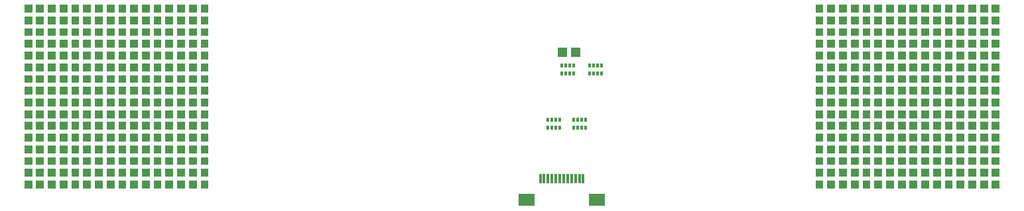
<source format=gbr>
%TF.GenerationSoftware,KiCad,Pcbnew,8.0.5-unknown-202409181836~355805756e~ubuntu22.04.1*%
%TF.CreationDate,2024-10-04T15:54:44+01:00*%
%TF.ProjectId,customFSReay,63757374-6f6d-4465-9352-6561792e6b69,rev?*%
%TF.SameCoordinates,Original*%
%TF.FileFunction,Soldermask,Top*%
%TF.FilePolarity,Negative*%
%FSLAX46Y46*%
G04 Gerber Fmt 4.6, Leading zero omitted, Abs format (unit mm)*
G04 Created by KiCad (PCBNEW 8.0.5-unknown-202409181836~355805756e~ubuntu22.04.1) date 2024-10-04 15:54:44*
%MOMM*%
%LPD*%
G01*
G04 APERTURE LIST*
G04 Aperture macros list*
%AMRoundRect*
0 Rectangle with rounded corners*
0 $1 Rounding radius*
0 $2 $3 $4 $5 $6 $7 $8 $9 X,Y pos of 4 corners*
0 Add a 4 corners polygon primitive as box body*
4,1,4,$2,$3,$4,$5,$6,$7,$8,$9,$2,$3,0*
0 Add four circle primitives for the rounded corners*
1,1,$1+$1,$2,$3*
1,1,$1+$1,$4,$5*
1,1,$1+$1,$6,$7*
1,1,$1+$1,$8,$9*
0 Add four rect primitives between the rounded corners*
20,1,$1+$1,$2,$3,$4,$5,0*
20,1,$1+$1,$4,$5,$6,$7,0*
20,1,$1+$1,$6,$7,$8,$9,0*
20,1,$1+$1,$8,$9,$2,$3,0*%
G04 Aperture macros list end*
%ADD10C,0.000000*%
%ADD11R,0.400000X0.500000*%
%ADD12R,0.300000X0.500000*%
%ADD13R,0.300000X1.300000*%
%ADD14R,2.000000X1.600000*%
%ADD15RoundRect,0.057252X0.556248X0.506248X-0.556248X0.506248X-0.556248X-0.506248X0.556248X-0.506248X0*%
G04 APERTURE END LIST*
D10*
G36*
X212000000Y-114000000D02*
G01*
X212000000Y-115000000D01*
X211000000Y-115000000D01*
X211000000Y-113999999D01*
X212000000Y-114000000D01*
G37*
G36*
X106500001Y-112500000D02*
G01*
X106500001Y-113500000D01*
X105500001Y-113500000D01*
X105500000Y-112499999D01*
X106500001Y-112500000D01*
G37*
G36*
X108000001Y-109000000D02*
G01*
X107000000Y-109000000D01*
X107000001Y-108000000D01*
X108000001Y-107999999D01*
X108000001Y-109000000D01*
G37*
G36*
X203500000Y-102000000D02*
G01*
X204500000Y-102000000D01*
X204500000Y-103000000D01*
X203500000Y-103000000D01*
X203500000Y-102000000D01*
G37*
G36*
X105000000Y-103000001D02*
G01*
X104000001Y-102999999D01*
X104000001Y-102000000D01*
X105000001Y-102000000D01*
X105000000Y-103000001D01*
G37*
G36*
X210500000Y-101500000D02*
G01*
X209500000Y-101500000D01*
X209500000Y-100500000D01*
X210499999Y-100500000D01*
X210500000Y-101500000D01*
G37*
G36*
X121500001Y-123000000D02*
G01*
X121500001Y-124000000D01*
X120500001Y-124000000D01*
X120500001Y-122999999D01*
X121500001Y-123000000D01*
G37*
G36*
X209500000Y-115500000D02*
G01*
X210500000Y-115500000D01*
X210500000Y-116500000D01*
X209500000Y-116500000D01*
X209500000Y-115500000D01*
G37*
G36*
X106500001Y-121500000D02*
G01*
X106500001Y-122500000D01*
X105500001Y-122500000D01*
X105500000Y-121499999D01*
X106500001Y-121500000D01*
G37*
G36*
X103499999Y-103000000D02*
G01*
X102500000Y-103000001D01*
X102500001Y-102000000D01*
X103500001Y-102000000D01*
X103499999Y-103000000D01*
G37*
G36*
X111000002Y-104500000D02*
G01*
X110000001Y-104500000D01*
X110000001Y-103500000D01*
X111000001Y-103500000D01*
X111000002Y-104500000D01*
G37*
G36*
X109500001Y-116500000D02*
G01*
X108500002Y-116500000D01*
X108500001Y-115500000D01*
X109500001Y-115500000D01*
X109500001Y-116500000D01*
G37*
G36*
X203000001Y-121000000D02*
G01*
X202000000Y-121000000D01*
X202000000Y-120000000D01*
X203000000Y-120000000D01*
X203000001Y-121000000D01*
G37*
G36*
X108000002Y-121000000D02*
G01*
X107000001Y-121000000D01*
X107000000Y-119999999D01*
X108000001Y-119999999D01*
X108000002Y-121000000D01*
G37*
G36*
X210499999Y-112000000D02*
G01*
X209500000Y-112000000D01*
X209500000Y-111000000D01*
X210500001Y-111000000D01*
X210499999Y-112000000D01*
G37*
G36*
X223000000Y-109500000D02*
G01*
X224000000Y-109500000D01*
X224000000Y-110500000D01*
X223000000Y-110500000D01*
X223000000Y-109500000D01*
G37*
G36*
X219500000Y-111999999D02*
G01*
X218500000Y-112000000D01*
X218500000Y-111000000D01*
X219500000Y-111000000D01*
X219500000Y-111999999D01*
G37*
G36*
X117000000Y-106000001D02*
G01*
X116000000Y-105999999D01*
X116000000Y-105000000D01*
X117000001Y-105000000D01*
X117000000Y-106000001D01*
G37*
G36*
X212500000Y-102000000D02*
G01*
X213500000Y-102000000D01*
X213500000Y-103000000D01*
X212500000Y-103000000D01*
X212500000Y-102000000D01*
G37*
G36*
X215000000Y-121000000D02*
G01*
X214000000Y-121000000D01*
X213999999Y-120000000D01*
X215000000Y-120000000D01*
X215000000Y-121000000D01*
G37*
G36*
X109500001Y-121500000D02*
G01*
X109500000Y-122500000D01*
X108500001Y-122500000D01*
X108500001Y-121499999D01*
X109500001Y-121500000D01*
G37*
G36*
X219500000Y-116500000D02*
G01*
X218500000Y-116500000D01*
X218499999Y-115500000D01*
X219500000Y-115500000D01*
X219500000Y-116500000D01*
G37*
G36*
X117500001Y-100500000D02*
G01*
X118500001Y-100500000D01*
X118500001Y-101500000D01*
X117500001Y-101500000D01*
X117500001Y-100500000D01*
G37*
G36*
X203000001Y-112000000D02*
G01*
X202000000Y-112000000D01*
X202000000Y-111000000D01*
X203000000Y-111000000D01*
X203000001Y-112000000D01*
G37*
G36*
X112500001Y-103000001D02*
G01*
X111500001Y-103000000D01*
X111500001Y-102000000D01*
X112500001Y-102000000D01*
X112500001Y-103000001D01*
G37*
G36*
X224000000Y-103000000D02*
G01*
X223000000Y-103000000D01*
X222999999Y-102000000D01*
X224000000Y-102000000D01*
X224000000Y-103000000D01*
G37*
G36*
X212000001Y-121000000D02*
G01*
X211000000Y-121000000D01*
X211000000Y-120000000D01*
X212000000Y-120000000D01*
X212000001Y-121000000D01*
G37*
G36*
X117000001Y-104500000D02*
G01*
X116000001Y-104499999D01*
X116000001Y-103500000D01*
X117000000Y-103500000D01*
X117000001Y-104500000D01*
G37*
G36*
X103500002Y-107500000D02*
G01*
X102500001Y-107500000D01*
X102500000Y-106500000D01*
X103500001Y-106500000D01*
X103500002Y-107500000D01*
G37*
G36*
X118500000Y-123999999D02*
G01*
X117500001Y-123999999D01*
X117500001Y-123000001D01*
X118500001Y-123000000D01*
X118500000Y-123999999D01*
G37*
G36*
X103500001Y-112000001D02*
G01*
X102500000Y-112000001D01*
X102500001Y-111000000D01*
X103500001Y-111000000D01*
X103500001Y-112000001D01*
G37*
G36*
X201500000Y-106000001D02*
G01*
X200500000Y-106000000D01*
X200500000Y-105000000D01*
X201500000Y-105000000D01*
X201500000Y-106000001D01*
G37*
G36*
X117000000Y-115000000D02*
G01*
X116000001Y-115000000D01*
X116000000Y-114000000D01*
X117000001Y-114000000D01*
X117000000Y-115000000D01*
G37*
G36*
X219500000Y-109500001D02*
G01*
X219500000Y-110500000D01*
X218500000Y-110500001D01*
X218500000Y-109500000D01*
X219500000Y-109500001D01*
G37*
G36*
X215000000Y-107499999D02*
G01*
X214000000Y-107500000D01*
X214000000Y-106500000D01*
X215000000Y-106500000D01*
X215000000Y-107499999D01*
G37*
G36*
X105000000Y-109000000D02*
G01*
X104000002Y-109000000D01*
X104000001Y-107999999D01*
X105000000Y-107999999D01*
X105000000Y-109000000D01*
G37*
G36*
X115500002Y-118500001D02*
G01*
X115500001Y-119500000D01*
X114500001Y-119500000D01*
X114500001Y-118500000D01*
X115500002Y-118500001D01*
G37*
G36*
X203000000Y-104500001D02*
G01*
X202000000Y-104500000D01*
X202000000Y-103500000D01*
X203000000Y-103500000D01*
X203000000Y-104500001D01*
G37*
G36*
X111000002Y-107500001D02*
G01*
X110000001Y-107500000D01*
X110000001Y-106500000D01*
X111000001Y-106500000D01*
X111000002Y-107500001D01*
G37*
G36*
X207500000Y-118500000D02*
G01*
X207500000Y-119500000D01*
X206500000Y-119500000D01*
X206500000Y-118499999D01*
X207500000Y-118500000D01*
G37*
G36*
X215000000Y-113500000D02*
G01*
X213999999Y-113500000D01*
X214000000Y-112500000D01*
X215000000Y-112499999D01*
X215000000Y-113500000D01*
G37*
G36*
X104000001Y-105000000D02*
G01*
X105000001Y-105000000D01*
X105000001Y-106000000D01*
X104000001Y-106000000D01*
X104000001Y-105000000D01*
G37*
G36*
X216500000Y-106000000D02*
G01*
X215500000Y-106000001D01*
X215500000Y-105000000D01*
X216500001Y-105000000D01*
X216500000Y-106000000D01*
G37*
G36*
X113000001Y-121500000D02*
G01*
X114000001Y-121500000D01*
X114000001Y-122500000D01*
X113000001Y-122500000D01*
X113000001Y-121500000D01*
G37*
G36*
X123000000Y-121000000D02*
G01*
X122000002Y-121000000D01*
X122000001Y-120000000D01*
X123000001Y-120000000D01*
X123000000Y-121000000D01*
G37*
G36*
X121500000Y-110500001D02*
G01*
X120500001Y-110500001D01*
X120500000Y-109500000D01*
X121500001Y-109500000D01*
X121500000Y-110500001D01*
G37*
G36*
X120500001Y-121500000D02*
G01*
X121500001Y-121500000D01*
X121500001Y-122500000D01*
X120500001Y-122500000D01*
X120500001Y-121500000D01*
G37*
G36*
X216500000Y-101500000D02*
G01*
X215500000Y-101500000D01*
X215499999Y-100500000D01*
X216500000Y-100500000D01*
X216500000Y-101500000D01*
G37*
G36*
X200500000Y-106500000D02*
G01*
X201500000Y-106500000D01*
X201500000Y-107500000D01*
X200500000Y-107500000D01*
X200500000Y-106500000D01*
G37*
G36*
X111000001Y-115500000D02*
G01*
X111000002Y-116500001D01*
X110000001Y-116500000D01*
X110000001Y-115499999D01*
X111000001Y-115500000D01*
G37*
G36*
X223000000Y-100500000D02*
G01*
X224000000Y-100500000D01*
X224000000Y-101500000D01*
X223000000Y-101500000D01*
X223000000Y-100500000D01*
G37*
G36*
X210500000Y-118500001D02*
G01*
X210500000Y-119500000D01*
X209500000Y-119500000D01*
X209500000Y-118500000D01*
X210500000Y-118500001D01*
G37*
G36*
X103500002Y-123000000D02*
G01*
X103500001Y-123999999D01*
X102500001Y-124000000D01*
X102500001Y-122999999D01*
X103500002Y-123000000D01*
G37*
G36*
X112500001Y-116500000D02*
G01*
X111500001Y-116500000D01*
X111500000Y-115499999D01*
X112500001Y-115499999D01*
X112500001Y-116500000D01*
G37*
G36*
X123000000Y-112000001D02*
G01*
X122000002Y-112000000D01*
X122000001Y-111000000D01*
X123000001Y-111000000D01*
X123000000Y-112000001D01*
G37*
G36*
X117000001Y-112000000D02*
G01*
X116000001Y-112000000D01*
X116000001Y-111000001D01*
X117000001Y-111000000D01*
X117000001Y-112000000D01*
G37*
G36*
X118500001Y-112000000D02*
G01*
X117500001Y-112000000D01*
X117500001Y-111000000D01*
X118500000Y-111000000D01*
X118500001Y-112000000D01*
G37*
G36*
X105000000Y-110500000D02*
G01*
X104000002Y-110500000D01*
X104000002Y-109500001D01*
X105000001Y-109500000D01*
X105000000Y-110500000D01*
G37*
G36*
X100500001Y-121000000D02*
G01*
X99500001Y-121000000D01*
X99500002Y-119999999D01*
X100500001Y-119999999D01*
X100500001Y-121000000D01*
G37*
G36*
X100500001Y-109000000D02*
G01*
X99500001Y-109000001D01*
X99500001Y-108000000D01*
X100500001Y-108000000D01*
X100500001Y-109000000D01*
G37*
G36*
X219500000Y-118000000D02*
G01*
X218499999Y-118000000D01*
X218500000Y-117000000D01*
X219500000Y-116999999D01*
X219500000Y-118000000D01*
G37*
G36*
X221000000Y-122500000D02*
G01*
X220000000Y-122500000D01*
X219999999Y-121500000D01*
X221000000Y-121500000D01*
X221000000Y-122500000D01*
G37*
G36*
X117000001Y-103000000D02*
G01*
X116000001Y-103000000D01*
X116000002Y-102000000D01*
X117000001Y-102000000D01*
X117000001Y-103000000D01*
G37*
G36*
X121500001Y-121000000D02*
G01*
X120500000Y-121000000D01*
X120500001Y-120000000D01*
X121500001Y-120000000D01*
X121500001Y-121000000D01*
G37*
G36*
X117000001Y-107500001D02*
G01*
X116000002Y-107500001D01*
X116000001Y-106500000D01*
X117000001Y-106500000D01*
X117000001Y-107500001D01*
G37*
G36*
X117000001Y-116500000D02*
G01*
X116000001Y-116500002D01*
X116000001Y-115500000D01*
X117000001Y-115500000D01*
X117000001Y-116500000D01*
G37*
G36*
X118500001Y-116500000D02*
G01*
X117500002Y-116500000D01*
X117500001Y-115500000D01*
X118500001Y-115500000D01*
X118500001Y-116500000D01*
G37*
G36*
X212000000Y-107500000D02*
G01*
X211000000Y-107500000D01*
X211000001Y-106500000D01*
X212000000Y-106500000D01*
X212000000Y-107500000D01*
G37*
G36*
X113000001Y-112500000D02*
G01*
X114000001Y-112500000D01*
X114000001Y-113500000D01*
X113000001Y-113500000D01*
X113000001Y-112500000D01*
G37*
G36*
X218500000Y-112500000D02*
G01*
X219500000Y-112500000D01*
X219500000Y-113500000D01*
X218500000Y-113500000D01*
X218500000Y-112500000D01*
G37*
G36*
X112500001Y-118000000D02*
G01*
X111500001Y-117999999D01*
X111500001Y-117000000D01*
X112500000Y-116999999D01*
X112500001Y-118000000D01*
G37*
G36*
X203000000Y-119500000D02*
G01*
X202000000Y-119500000D01*
X202000000Y-118500000D01*
X203000001Y-118499999D01*
X203000000Y-119500000D01*
G37*
G36*
X112500001Y-123000000D02*
G01*
X112500001Y-124000000D01*
X111500001Y-124000000D01*
X111500001Y-122999999D01*
X112500001Y-123000000D01*
G37*
G36*
X100500001Y-112000000D02*
G01*
X99500001Y-112000000D01*
X99500002Y-111000000D01*
X100500000Y-111000000D01*
X100500001Y-112000000D01*
G37*
G36*
X108000001Y-107500001D02*
G01*
X107000000Y-107500001D01*
X107000001Y-106500000D01*
X108000001Y-106500000D01*
X108000001Y-107500001D01*
G37*
G36*
X102000001Y-123000002D02*
G01*
X102000001Y-123999999D01*
X101000001Y-124000000D01*
X101000001Y-123000000D01*
X102000001Y-123000002D01*
G37*
G36*
X219500000Y-101500000D02*
G01*
X218499999Y-101500000D01*
X218500000Y-100500000D01*
X219499999Y-100500000D01*
X219500000Y-101500000D01*
G37*
G36*
X123000001Y-107500000D02*
G01*
X122000001Y-107500000D01*
X122000001Y-106500000D01*
X123000000Y-106500000D01*
X123000001Y-107500000D01*
G37*
G36*
X207500000Y-112000000D02*
G01*
X206500000Y-112000000D01*
X206500000Y-111000001D01*
X207500000Y-111000000D01*
X207500000Y-112000000D01*
G37*
G36*
X205000000Y-111000000D02*
G01*
X206000000Y-111000000D01*
X206000000Y-112000000D01*
X205000000Y-112000000D01*
X205000000Y-111000000D01*
G37*
G36*
X105000001Y-124000000D02*
G01*
X104000001Y-124000000D01*
X104000002Y-123000000D01*
X105000001Y-122999999D01*
X105000001Y-124000000D01*
G37*
G36*
X211000000Y-112500000D02*
G01*
X212000000Y-112500000D01*
X212000000Y-113500000D01*
X211000000Y-113500000D01*
X211000000Y-112500000D01*
G37*
G36*
X206500000Y-109500000D02*
G01*
X207500000Y-109500000D01*
X207500000Y-110500000D01*
X206500000Y-110500000D01*
X206500000Y-109500000D01*
G37*
G36*
X218500000Y-121500000D02*
G01*
X219500000Y-121500000D01*
X219500000Y-122500000D01*
X218500000Y-122500000D01*
X218500000Y-121500000D01*
G37*
G36*
X120000001Y-103000000D02*
G01*
X119000000Y-102999999D01*
X119000001Y-102000000D01*
X120000002Y-102000000D01*
X120000001Y-103000000D01*
G37*
G36*
X221000000Y-118000000D02*
G01*
X220000001Y-118000000D01*
X220000000Y-117000000D01*
X221000000Y-117000000D01*
X221000000Y-118000000D01*
G37*
G36*
X222500000Y-115000000D02*
G01*
X221500000Y-115000000D01*
X221500001Y-113999999D01*
X222500000Y-113999999D01*
X222500000Y-115000000D01*
G37*
G36*
X211000000Y-105000000D02*
G01*
X212000000Y-105000000D01*
X212000000Y-106000000D01*
X211000000Y-106000000D01*
X211000000Y-105000000D01*
G37*
G36*
X206000001Y-101500000D02*
G01*
X205000000Y-101500000D01*
X205000000Y-100500000D01*
X206000000Y-100500000D01*
X206000001Y-101500000D01*
G37*
G36*
X108000001Y-116500000D02*
G01*
X107000000Y-116500000D01*
X107000001Y-115500000D01*
X108000001Y-115500000D01*
X108000001Y-116500000D01*
G37*
G36*
X213500000Y-110500001D02*
G01*
X212500000Y-110500000D01*
X212500000Y-109500000D01*
X213500000Y-109500000D01*
X213500000Y-110500001D01*
G37*
G36*
X106500002Y-100500001D02*
G01*
X106500002Y-101499999D01*
X105500001Y-101500000D01*
X105500001Y-100500000D01*
X106500002Y-100500001D01*
G37*
G36*
X102000001Y-115500000D02*
G01*
X102000002Y-116500001D01*
X101000001Y-116500000D01*
X101000001Y-115499999D01*
X102000001Y-115500000D01*
G37*
G36*
X102000002Y-122500000D02*
G01*
X101000001Y-122500000D01*
X101000001Y-121500000D01*
X102000001Y-121499999D01*
X102000002Y-122500000D01*
G37*
G36*
X209000000Y-112000000D02*
G01*
X208000000Y-111999999D01*
X208000000Y-111000000D01*
X208999999Y-111000000D01*
X209000000Y-112000000D01*
G37*
G36*
X215000000Y-112000000D02*
G01*
X214000000Y-112000000D01*
X213999999Y-111000000D01*
X215000000Y-111000000D01*
X215000000Y-112000000D01*
G37*
G36*
X118500001Y-121000000D02*
G01*
X117500001Y-121000000D01*
X117500001Y-120000000D01*
X118500001Y-119999999D01*
X118500001Y-121000000D01*
G37*
G36*
X203000000Y-116500000D02*
G01*
X202000000Y-116500000D01*
X202000000Y-115500001D01*
X203000000Y-115500000D01*
X203000000Y-116500000D01*
G37*
G36*
X111000001Y-103000000D02*
G01*
X110000001Y-103000001D01*
X110000001Y-102000000D01*
X111000002Y-102000000D01*
X111000001Y-103000000D01*
G37*
G36*
X219500000Y-124000000D02*
G01*
X218500000Y-124000000D01*
X218499999Y-123000000D01*
X219500000Y-123000000D01*
X219500000Y-124000000D01*
G37*
G36*
X109500000Y-123999999D02*
G01*
X108500001Y-123999999D01*
X108500001Y-123000001D01*
X109500001Y-123000000D01*
X109500000Y-123999999D01*
G37*
G36*
X209000000Y-103000000D02*
G01*
X208000000Y-102999999D01*
X208000000Y-102000000D01*
X208999999Y-102000000D01*
X209000000Y-103000000D01*
G37*
G36*
X116000001Y-109500000D02*
G01*
X117000001Y-109500000D01*
X117000001Y-110500000D01*
X116000001Y-110500000D01*
X116000001Y-109500000D01*
G37*
G36*
X208999999Y-122500000D02*
G01*
X208000000Y-122500000D01*
X208000000Y-121500000D01*
X209000000Y-121500000D01*
X208999999Y-122500000D01*
G37*
G36*
X218000000Y-120000001D02*
G01*
X218000000Y-121000000D01*
X217000001Y-121000000D01*
X217000000Y-120000000D01*
X218000000Y-120000001D01*
G37*
G36*
X102000001Y-108000000D02*
G01*
X102000001Y-109000001D01*
X101000001Y-109000000D01*
X101000000Y-107999999D01*
X102000001Y-108000000D01*
G37*
G36*
X106500002Y-109000000D02*
G01*
X105500001Y-109000000D01*
X105500001Y-108000000D01*
X106500001Y-107999999D01*
X106500002Y-109000000D01*
G37*
G36*
X103500000Y-101500001D02*
G01*
X102500001Y-101499999D01*
X102500001Y-100500000D01*
X103500001Y-100500000D01*
X103500000Y-101500001D01*
G37*
G36*
X204500000Y-112500000D02*
G01*
X204500000Y-113500000D01*
X203500000Y-113500000D01*
X203500000Y-112499999D01*
X204500000Y-112500000D01*
G37*
G36*
X216500001Y-116500000D02*
G01*
X215500000Y-116500000D01*
X215500000Y-115500000D01*
X216500000Y-115500000D01*
X216500001Y-116500000D01*
G37*
G36*
X112500001Y-107500000D02*
G01*
X111500001Y-107500000D01*
X111500001Y-106500001D01*
X112500001Y-106500000D01*
X112500001Y-107500000D01*
G37*
G36*
X222500000Y-112500000D02*
G01*
X222500000Y-113500000D01*
X221500000Y-113500000D01*
X221500000Y-112499999D01*
X222500000Y-112500000D01*
G37*
G36*
X203000001Y-103000000D02*
G01*
X202000000Y-103000000D01*
X202000000Y-102000000D01*
X203000000Y-102000000D01*
X203000001Y-103000000D01*
G37*
G36*
X103500001Y-109000001D02*
G01*
X102500001Y-108999999D01*
X102500000Y-107999999D01*
X103500000Y-107999999D01*
X103500001Y-109000001D01*
G37*
G36*
X207500001Y-116500000D02*
G01*
X206500000Y-116500000D01*
X206500000Y-115500000D01*
X207500000Y-115500000D01*
X207500001Y-116500000D01*
G37*
G36*
X112500000Y-101500001D02*
G01*
X111500000Y-101499999D01*
X111500000Y-100500000D01*
X112500001Y-100500000D01*
X112500000Y-101500001D01*
G37*
G36*
X217000000Y-114000000D02*
G01*
X218000000Y-114000000D01*
X218000000Y-115000000D01*
X217000000Y-115000000D01*
X217000000Y-114000000D01*
G37*
G36*
X218000000Y-104499999D02*
G01*
X217000000Y-104500001D01*
X217000000Y-103500000D01*
X218000000Y-103500000D01*
X218000000Y-104499999D01*
G37*
G36*
X100500000Y-106000000D02*
G01*
X99500002Y-105999999D01*
X99500002Y-105000001D01*
X100500001Y-105000000D01*
X100500000Y-106000000D01*
G37*
G36*
X114000001Y-107500000D02*
G01*
X113000001Y-107500000D01*
X113000001Y-106500000D01*
X114000000Y-106500000D01*
X114000001Y-107500000D01*
G37*
G36*
X115500001Y-112500000D02*
G01*
X115500001Y-113500000D01*
X114500001Y-113500000D01*
X114500000Y-112499999D01*
X115500001Y-112500000D01*
G37*
G36*
X209000000Y-108000000D02*
G01*
X209000000Y-109000000D01*
X208000000Y-109000000D01*
X208000000Y-107999999D01*
X209000000Y-108000000D01*
G37*
G36*
X120000001Y-108000000D02*
G01*
X120000001Y-109000001D01*
X119000000Y-109000000D01*
X119000000Y-107999999D01*
X120000001Y-108000000D01*
G37*
G36*
X204499999Y-118000000D02*
G01*
X203500000Y-118000000D01*
X203500000Y-117000000D01*
X204500000Y-117000000D01*
X204499999Y-118000000D01*
G37*
G36*
X209000000Y-117000000D02*
G01*
X209000000Y-118000000D01*
X208000000Y-118000000D01*
X208000000Y-116999999D01*
X209000000Y-117000000D01*
G37*
G36*
X220000000Y-102000000D02*
G01*
X221000000Y-102000000D01*
X221000000Y-103000000D01*
X220000000Y-103000000D01*
X220000000Y-102000000D01*
G37*
G36*
X100500000Y-107500001D02*
G01*
X99500002Y-107500001D01*
X99500001Y-106500000D01*
X100500001Y-106500000D01*
X100500000Y-107500001D01*
G37*
G36*
X216500000Y-112000000D02*
G01*
X215499999Y-112000000D01*
X215500001Y-111000000D01*
X216500000Y-111000000D01*
X216500000Y-112000000D01*
G37*
G36*
X115500001Y-121500000D02*
G01*
X115500001Y-122500000D01*
X114500001Y-122500000D01*
X114500000Y-121499999D01*
X115500001Y-121500000D01*
G37*
G36*
X207500000Y-123999999D02*
G01*
X206500000Y-124000000D01*
X206500000Y-123000000D01*
X207500001Y-122999999D01*
X207500000Y-123999999D01*
G37*
G36*
X207500000Y-122500000D02*
G01*
X206500001Y-122500000D01*
X206500000Y-121500000D01*
X207500001Y-121500000D01*
X207500000Y-122500000D01*
G37*
G36*
X216500000Y-113500000D02*
G01*
X215500001Y-113500000D01*
X215500000Y-112500000D01*
X216500001Y-112500000D01*
X216500000Y-113500000D01*
G37*
G36*
X106500001Y-124000000D02*
G01*
X105500000Y-123999999D01*
X105500001Y-123000000D01*
X106500001Y-122999999D01*
X106500001Y-124000000D01*
G37*
G36*
X221000000Y-106000000D02*
G01*
X220000000Y-106000000D01*
X219999999Y-105000000D01*
X221000000Y-105000000D01*
X221000000Y-106000000D01*
G37*
G36*
X115500001Y-116500000D02*
G01*
X114500001Y-116500000D01*
X114500001Y-115500000D01*
X115500002Y-115499999D01*
X115500001Y-116500000D01*
G37*
G36*
X108000001Y-101500000D02*
G01*
X107000001Y-101500000D01*
X107000001Y-100500000D01*
X108000002Y-100500000D01*
X108000001Y-101500000D01*
G37*
G36*
X106500002Y-112000001D02*
G01*
X105500001Y-112000000D01*
X105500001Y-111000000D01*
X106500001Y-111000000D01*
X106500002Y-112000001D01*
G37*
G36*
X210500001Y-106000000D02*
G01*
X209500000Y-106000000D01*
X209500000Y-105000000D01*
X210500000Y-105000000D01*
X210500001Y-106000000D01*
G37*
G36*
X207500000Y-113500000D02*
G01*
X206500000Y-113499999D01*
X206500000Y-112500000D01*
X207500000Y-112499999D01*
X207500000Y-113500000D01*
G37*
G36*
X207500000Y-104500000D02*
G01*
X206500000Y-104499999D01*
X206500000Y-103500000D01*
X207500000Y-103500000D01*
X207500000Y-104500000D01*
G37*
G36*
X102000001Y-117000000D02*
G01*
X102000001Y-118000000D01*
X101000001Y-118000000D01*
X101000000Y-116999999D01*
X102000001Y-117000000D01*
G37*
G36*
X209000000Y-106000001D02*
G01*
X208000000Y-106000000D01*
X208000000Y-105000000D01*
X209000000Y-105000000D01*
X209000000Y-106000001D01*
G37*
G36*
X224000000Y-107499999D02*
G01*
X223000000Y-107500000D01*
X223000000Y-106500000D01*
X224000000Y-106500000D01*
X224000000Y-107499999D01*
G37*
G36*
X206500000Y-117000000D02*
G01*
X207500000Y-117000000D01*
X207500000Y-118000000D01*
X206500000Y-118000000D01*
X206500000Y-117000000D01*
G37*
G36*
X121500001Y-114000000D02*
G01*
X121500001Y-115000000D01*
X120500001Y-115000000D01*
X120500001Y-113999999D01*
X121500001Y-114000000D01*
G37*
G36*
X212000000Y-110500000D02*
G01*
X211000000Y-110500001D01*
X211000000Y-109500000D01*
X212000001Y-109500000D01*
X212000000Y-110500000D01*
G37*
G36*
X100500000Y-115000000D02*
G01*
X99500001Y-115000000D01*
X99500002Y-114000001D01*
X100500001Y-114000000D01*
X100500000Y-115000000D01*
G37*
G36*
X109500001Y-119500000D02*
G01*
X108500001Y-119500000D01*
X108500001Y-118500000D01*
X109500001Y-118499999D01*
X109500001Y-119500000D01*
G37*
G36*
X106500002Y-118500001D02*
G01*
X106500001Y-119500000D01*
X105500001Y-119500000D01*
X105500001Y-118500000D01*
X106500002Y-118500001D01*
G37*
G36*
X102000002Y-113500000D02*
G01*
X101000001Y-113500000D01*
X101000001Y-112500000D01*
X102000001Y-112499999D01*
X102000002Y-113500000D01*
G37*
G36*
X210499999Y-121000000D02*
G01*
X209500000Y-121000000D01*
X209500000Y-120000000D01*
X210500001Y-120000000D01*
X210499999Y-121000000D01*
G37*
G36*
X109500001Y-103000000D02*
G01*
X108500001Y-103000000D01*
X108500001Y-102000000D01*
X109500000Y-102000000D01*
X109500001Y-103000000D01*
G37*
G36*
X212000001Y-103000000D02*
G01*
X211000000Y-103000000D01*
X211000000Y-102000000D01*
X212000000Y-102000000D01*
X212000001Y-103000000D01*
G37*
G36*
X117000001Y-121000000D02*
G01*
X116000001Y-121000000D01*
X116000000Y-119999999D01*
X117000001Y-119999999D01*
X117000001Y-121000000D01*
G37*
G36*
X220000000Y-103500000D02*
G01*
X221000000Y-103500000D01*
X221000000Y-104500000D01*
X220000000Y-104500000D01*
X220000000Y-103500000D01*
G37*
G36*
X120000002Y-123000001D02*
G01*
X120000001Y-123999999D01*
X119000001Y-124000000D01*
X119000000Y-123000000D01*
X120000002Y-123000001D01*
G37*
G36*
X111000001Y-112000000D02*
G01*
X110000001Y-112000001D01*
X110000001Y-111000000D01*
X111000002Y-111000000D01*
X111000001Y-112000000D01*
G37*
G36*
X204500000Y-124000000D02*
G01*
X203500000Y-123999999D01*
X203500000Y-123000001D01*
X204500000Y-122999999D01*
X204500000Y-124000000D01*
G37*
G36*
X219500000Y-109000000D02*
G01*
X218499999Y-109000000D01*
X218500000Y-108000000D01*
X219500000Y-107999999D01*
X219500000Y-109000000D01*
G37*
G36*
X111000001Y-108000000D02*
G01*
X111000001Y-109000001D01*
X110000001Y-109000000D01*
X110000000Y-107999999D01*
X111000001Y-108000000D01*
G37*
G36*
X106500001Y-107500000D02*
G01*
X105500001Y-107500001D01*
X105500001Y-106500000D01*
X106500002Y-106500000D01*
X106500001Y-107500000D01*
G37*
G36*
X201500000Y-109000000D02*
G01*
X200500000Y-109000000D01*
X200500001Y-108000000D01*
X201500001Y-107999999D01*
X201500000Y-109000000D01*
G37*
G36*
X112500001Y-121000000D02*
G01*
X111500000Y-121000000D01*
X111500001Y-120000000D01*
X112500001Y-120000000D01*
X112500001Y-121000000D01*
G37*
G36*
X210500000Y-110500000D02*
G01*
X209500000Y-110500000D01*
X209500000Y-109500000D01*
X210499999Y-109500000D01*
X210500000Y-110500000D01*
G37*
G36*
X224000000Y-121000000D02*
G01*
X223000000Y-121000000D01*
X222999999Y-120000000D01*
X224000000Y-120000000D01*
X224000000Y-121000000D01*
G37*
G36*
X118500001Y-119500000D02*
G01*
X117500001Y-119500000D01*
X117500001Y-118500000D01*
X118500001Y-118499999D01*
X118500001Y-119500000D01*
G37*
G36*
X105000001Y-115000000D02*
G01*
X104000001Y-115000000D01*
X104000002Y-114000000D01*
X105000001Y-113999999D01*
X105000001Y-115000000D01*
G37*
G36*
X118500001Y-103000000D02*
G01*
X117500001Y-103000000D01*
X117500001Y-102000000D01*
X118500000Y-102000000D01*
X118500001Y-103000000D01*
G37*
G36*
X221500000Y-102000000D02*
G01*
X222500000Y-102000000D01*
X222500000Y-103000000D01*
X221500000Y-103000000D01*
X221500000Y-102000000D01*
G37*
G36*
X111000002Y-114000001D02*
G01*
X111000001Y-115000000D01*
X110000001Y-115000000D01*
X110000001Y-114000000D01*
X111000002Y-114000001D01*
G37*
G36*
X216500001Y-107500000D02*
G01*
X215500000Y-107500000D01*
X215500000Y-106500000D01*
X216500000Y-106500000D01*
X216500001Y-107500000D01*
G37*
G36*
X212000001Y-104499999D02*
G01*
X211000000Y-104500000D01*
X211000000Y-103500000D01*
X212000000Y-103500000D01*
X212000001Y-104499999D01*
G37*
G36*
X215000000Y-109000001D02*
G01*
X214000000Y-109000000D01*
X214000000Y-108000000D01*
X215000000Y-108000000D01*
X215000000Y-109000001D01*
G37*
G36*
X106500001Y-110500001D02*
G01*
X105500001Y-110500000D01*
X105500001Y-109500000D01*
X106500000Y-109500000D01*
X106500001Y-110500001D01*
G37*
G36*
X219500000Y-102999999D02*
G01*
X218500000Y-103000000D01*
X218500000Y-102000000D01*
X219500000Y-102000000D01*
X219500000Y-102999999D01*
G37*
G36*
X218500000Y-105000000D02*
G01*
X219500000Y-105000000D01*
X219500000Y-106000000D01*
X218500000Y-106000000D01*
X218500000Y-105000000D01*
G37*
G36*
X215000000Y-106000000D02*
G01*
X213999999Y-106000000D01*
X214000000Y-105000000D01*
X214999999Y-105000000D01*
X215000000Y-106000000D01*
G37*
G36*
X105000001Y-116500000D02*
G01*
X104000001Y-116500000D01*
X104000002Y-115500000D01*
X105000001Y-115499999D01*
X105000001Y-116500000D01*
G37*
G36*
X105000000Y-118000000D02*
G01*
X104000002Y-118000000D01*
X104000001Y-116999999D01*
X105000000Y-116999999D01*
X105000000Y-118000000D01*
G37*
G36*
X206000000Y-122500000D02*
G01*
X205000000Y-122500000D01*
X205000000Y-121500000D01*
X206000001Y-121499999D01*
X206000000Y-122500000D01*
G37*
G36*
X221000000Y-116500000D02*
G01*
X219999999Y-116500000D01*
X220000001Y-115500000D01*
X221000000Y-115500000D01*
X221000000Y-116500000D01*
G37*
G36*
X208000000Y-115500000D02*
G01*
X209000000Y-115500000D01*
X209000000Y-116500000D01*
X208000000Y-116500000D01*
X208000000Y-115500000D01*
G37*
G36*
X115500002Y-117000001D02*
G01*
X115500002Y-118000000D01*
X114500001Y-118000000D01*
X114500001Y-117000000D01*
X115500002Y-117000001D01*
G37*
G36*
X123000001Y-103000000D02*
G01*
X122000002Y-103000000D01*
X122000001Y-102000000D01*
X123000001Y-102000000D01*
X123000001Y-103000000D01*
G37*
G36*
X212000000Y-101500000D02*
G01*
X211000000Y-101500001D01*
X211000000Y-100500000D01*
X212000001Y-100500000D01*
X212000000Y-101500000D01*
G37*
G36*
X211000000Y-121500000D02*
G01*
X212000000Y-121500000D01*
X212000000Y-122500000D01*
X211000000Y-122500000D01*
X211000000Y-121500000D01*
G37*
G36*
X102000001Y-103000000D02*
G01*
X101000001Y-103000001D01*
X101000001Y-102000000D01*
X102000002Y-102000000D01*
X102000001Y-103000000D01*
G37*
G36*
X203500000Y-120000000D02*
G01*
X204500000Y-120000000D01*
X204500000Y-121000000D01*
X203500000Y-121000000D01*
X203500000Y-120000000D01*
G37*
G36*
X120000001Y-107499999D02*
G01*
X119000001Y-107500000D01*
X119000000Y-106500000D01*
X120000001Y-106500000D01*
X120000001Y-107499999D01*
G37*
G36*
X118500001Y-112500000D02*
G01*
X118500000Y-113500000D01*
X117500001Y-113500000D01*
X117500001Y-112499999D01*
X118500001Y-112500000D01*
G37*
G36*
X106500002Y-118000000D02*
G01*
X105500001Y-118000000D01*
X105500001Y-117000000D01*
X106500001Y-116999999D01*
X106500002Y-118000000D01*
G37*
G36*
X224000000Y-113500000D02*
G01*
X222999999Y-113500000D01*
X223000000Y-112500000D01*
X224000000Y-112499999D01*
X224000000Y-113500000D01*
G37*
G36*
X201500001Y-122500000D02*
G01*
X200500000Y-122500000D01*
X200500000Y-121500000D01*
X201500000Y-121500000D01*
X201500001Y-122500000D01*
G37*
G36*
X103500002Y-116500000D02*
G01*
X102500001Y-116500000D01*
X102500001Y-115499999D01*
X103500001Y-115499999D01*
X103500002Y-116500000D01*
G37*
G36*
X205000000Y-103500000D02*
G01*
X206000000Y-103500000D01*
X206000000Y-104500000D01*
X205000000Y-104500000D01*
X205000000Y-103500000D01*
G37*
G36*
X121500001Y-118000000D02*
G01*
X120500002Y-118000000D01*
X120500001Y-116999999D01*
X121500000Y-116999999D01*
X121500001Y-118000000D01*
G37*
G36*
X102000001Y-121000000D02*
G01*
X101000001Y-121000000D01*
X101000001Y-120000000D01*
X102000000Y-119999999D01*
X102000001Y-121000000D01*
G37*
G36*
X108000002Y-103000000D02*
G01*
X107000001Y-103000000D01*
X107000000Y-102000000D01*
X108000001Y-102000000D01*
X108000002Y-103000000D01*
G37*
G36*
X203000000Y-114000000D02*
G01*
X203000000Y-115000000D01*
X202000000Y-115000000D01*
X202000000Y-113999999D01*
X203000000Y-114000000D01*
G37*
G36*
X103500001Y-113500000D02*
G01*
X102500001Y-113500000D01*
X102500001Y-112500000D01*
X103500001Y-112499999D01*
X103500001Y-113500000D01*
G37*
G36*
X212000000Y-116500000D02*
G01*
X211000000Y-116500000D01*
X211000000Y-115500001D01*
X212000000Y-115500000D01*
X212000000Y-116500000D01*
G37*
G36*
X100500000Y-122500000D02*
G01*
X99500002Y-122500000D01*
X99500002Y-121500001D01*
X100500000Y-121499999D01*
X100500000Y-122500000D01*
G37*
G36*
X221000000Y-110500000D02*
G01*
X220000000Y-110500001D01*
X220000000Y-109500000D01*
X221000000Y-109500000D01*
X221000000Y-110500000D01*
G37*
G36*
X117000001Y-109000000D02*
G01*
X116000001Y-109000001D01*
X116000001Y-108000000D01*
X117000001Y-108000000D01*
X117000001Y-109000000D01*
G37*
G36*
X219500000Y-114000000D02*
G01*
X219500000Y-115000000D01*
X218500000Y-115000000D01*
X218500000Y-113999999D01*
X219500000Y-114000000D01*
G37*
G36*
X115500001Y-115000000D02*
G01*
X114500000Y-115000000D01*
X114500001Y-114000000D01*
X115500001Y-113999999D01*
X115500001Y-115000000D01*
G37*
G36*
X219500000Y-118500001D02*
G01*
X219500000Y-119500000D01*
X218500000Y-119500000D01*
X218500000Y-118500000D01*
X219500000Y-118500001D01*
G37*
G36*
X212500000Y-118500000D02*
G01*
X213500000Y-118500000D01*
X213500000Y-119500000D01*
X212500000Y-119500000D01*
X212500000Y-118500000D01*
G37*
G36*
X207500000Y-109000001D02*
G01*
X206500000Y-109000000D01*
X206500000Y-108000000D01*
X207500000Y-108000000D01*
X207500000Y-109000001D01*
G37*
G36*
X114000000Y-119500000D02*
G01*
X113000001Y-119500000D01*
X113000001Y-118500001D01*
X114000001Y-118500000D01*
X114000000Y-119500000D01*
G37*
G36*
X108000001Y-113500000D02*
G01*
X107000001Y-113499999D01*
X107000001Y-112500000D01*
X108000000Y-112499999D01*
X108000001Y-113500000D01*
G37*
G36*
X115500002Y-112000001D02*
G01*
X114500001Y-112000000D01*
X114500001Y-111000000D01*
X115500001Y-111000000D01*
X115500002Y-112000001D01*
G37*
G36*
X213500000Y-124000000D02*
G01*
X212500000Y-123999999D01*
X212500000Y-123000001D01*
X213500000Y-122999999D01*
X213500000Y-124000000D01*
G37*
G36*
X212500000Y-120000000D02*
G01*
X213500000Y-120000000D01*
X213500000Y-121000000D01*
X212500000Y-121000000D01*
X212500000Y-120000000D01*
G37*
G36*
X203000000Y-109000000D02*
G01*
X202000000Y-108999999D01*
X202000000Y-108000000D01*
X203000000Y-107999999D01*
X203000000Y-109000000D01*
G37*
G36*
X105000000Y-112000001D02*
G01*
X104000001Y-111999999D01*
X104000001Y-111000000D01*
X105000001Y-111000000D01*
X105000000Y-112000001D01*
G37*
G36*
X224000000Y-114000001D02*
G01*
X224000000Y-115000000D01*
X223000000Y-115000000D01*
X223000000Y-114000000D01*
X224000000Y-114000001D01*
G37*
G36*
X108500001Y-112499999D02*
G01*
X109500000Y-112499999D01*
X109500000Y-113500000D01*
X108500001Y-113500000D01*
X108500001Y-112499999D01*
G37*
G36*
X106500001Y-106000000D02*
G01*
X105500001Y-105999999D01*
X105500001Y-105000000D01*
X106500001Y-105000000D01*
X106500001Y-106000000D01*
G37*
G36*
X215000000Y-123000001D02*
G01*
X215000000Y-123999999D01*
X214000000Y-124000000D01*
X214000000Y-123000000D01*
X215000000Y-123000001D01*
G37*
G36*
X111000001Y-110500000D02*
G01*
X110000001Y-110499999D01*
X110000001Y-109500000D01*
X111000001Y-109500000D01*
X111000001Y-110500000D01*
G37*
G36*
X106500001Y-104500001D02*
G01*
X105500001Y-104500000D01*
X105500000Y-103500000D01*
X106500001Y-103500000D01*
X106500001Y-104500001D01*
G37*
G36*
X201500000Y-101500000D02*
G01*
X200500000Y-101500000D01*
X200500001Y-100500000D01*
X201499999Y-100500000D01*
X201500000Y-101500000D01*
G37*
G36*
X222500000Y-101500001D02*
G01*
X221500000Y-101500000D01*
X221500000Y-100500000D01*
X222500000Y-100500000D01*
X222500000Y-101500001D01*
G37*
G36*
X215000000Y-104500000D02*
G01*
X213999999Y-104500000D01*
X214000000Y-103500000D01*
X215000000Y-103500000D01*
X215000000Y-104500000D01*
G37*
G36*
X216500000Y-110500000D02*
G01*
X215500000Y-110500000D01*
X215499999Y-109500000D01*
X216500000Y-109500000D01*
X216500000Y-110500000D01*
G37*
G36*
X202000000Y-105000000D02*
G01*
X203000000Y-105000000D01*
X203000000Y-106000000D01*
X202000000Y-106000000D01*
X202000000Y-105000000D01*
G37*
G36*
X209500000Y-123000000D02*
G01*
X210500000Y-123000000D01*
X210500000Y-124000000D01*
X209500000Y-124000000D01*
X209500000Y-123000000D01*
G37*
G36*
X209500000Y-106500000D02*
G01*
X210500000Y-106500000D01*
X210500000Y-107500000D01*
X209500000Y-107500000D01*
X209500000Y-106500000D01*
G37*
G36*
X102000001Y-106000001D02*
G01*
X101000001Y-106000000D01*
X101000001Y-105000000D01*
X102000000Y-105000000D01*
X102000001Y-106000001D01*
G37*
G36*
X212000000Y-119500000D02*
G01*
X211000000Y-119500000D01*
X211000000Y-118500000D01*
X212000001Y-118499999D01*
X212000000Y-119500000D01*
G37*
G36*
X204500000Y-121500000D02*
G01*
X204500000Y-122500000D01*
X203500000Y-122500000D01*
X203500000Y-121499999D01*
X204500000Y-121500000D01*
G37*
G36*
X108500001Y-103500000D02*
G01*
X109500000Y-103500000D01*
X109500000Y-104500000D01*
X108500001Y-104500000D01*
X108500001Y-103500000D01*
G37*
G36*
X103500001Y-118000000D02*
G01*
X102500000Y-118000000D01*
X102500001Y-117000000D01*
X103500000Y-116999999D01*
X103500001Y-118000000D01*
G37*
G36*
X117500001Y-109500000D02*
G01*
X118500001Y-109500000D01*
X118500001Y-110500000D01*
X117500001Y-110500000D01*
X117500001Y-109500000D01*
G37*
G36*
X108000000Y-115000000D02*
G01*
X107000000Y-114999999D01*
X107000000Y-114000000D01*
X108000001Y-114000000D01*
X108000000Y-115000000D01*
G37*
G36*
X112500000Y-110500001D02*
G01*
X111500000Y-110499999D01*
X111500000Y-109500000D01*
X112500001Y-109500000D01*
X112500000Y-110500001D01*
G37*
G36*
X216500000Y-108000000D02*
G01*
X216500001Y-108999999D01*
X215500000Y-109000000D01*
X215500001Y-107999999D01*
X216500000Y-108000000D01*
G37*
G36*
X201499999Y-118500000D02*
G01*
X201500000Y-119500000D01*
X200500000Y-119500000D01*
X200500001Y-118499999D01*
X201499999Y-118500000D01*
G37*
G36*
X206000000Y-123000001D02*
G01*
X206000001Y-123999999D01*
X205000000Y-124000000D01*
X205000000Y-123000000D01*
X206000000Y-123000001D01*
G37*
G36*
X114000001Y-121000000D02*
G01*
X113000002Y-121000000D01*
X113000001Y-120000000D01*
X114000001Y-120000000D01*
X114000001Y-121000000D01*
G37*
G36*
X111000001Y-101500000D02*
G01*
X110000001Y-101499999D01*
X110000001Y-100500000D01*
X111000001Y-100500000D01*
X111000001Y-101500000D01*
G37*
G36*
X114000001Y-104500000D02*
G01*
X113000001Y-104500001D01*
X113000001Y-103500000D01*
X114000001Y-103500000D01*
X114000001Y-104500000D01*
G37*
G36*
X200500000Y-123000000D02*
G01*
X201500000Y-123000000D01*
X201500000Y-124000000D01*
X200500000Y-124000000D01*
X200500000Y-123000000D01*
G37*
G36*
X215000000Y-103000000D02*
G01*
X214000000Y-103000000D01*
X213999999Y-102000000D01*
X215000000Y-102000000D01*
X215000000Y-103000000D01*
G37*
G36*
X108500001Y-117000000D02*
G01*
X109500001Y-117000000D01*
X109500001Y-118000000D01*
X108500001Y-118000000D01*
X108500001Y-117000000D01*
G37*
G36*
X99500001Y-117000000D02*
G01*
X100500001Y-117000000D01*
X100500001Y-118000000D01*
X99500001Y-118000000D01*
X99500001Y-117000000D01*
G37*
G36*
X100500000Y-123999999D02*
G01*
X99500001Y-123999999D01*
X99500002Y-123000001D01*
X100500001Y-123000000D01*
X100500000Y-123999999D01*
G37*
G36*
X123000001Y-115000000D02*
G01*
X122000001Y-115000000D01*
X122000001Y-114000000D01*
X123000001Y-113999999D01*
X123000001Y-115000000D01*
G37*
G36*
X201499999Y-103000000D02*
G01*
X200500001Y-103000000D01*
X200500000Y-102000000D01*
X201500001Y-102000000D01*
X201499999Y-103000000D01*
G37*
G36*
X113000001Y-105000000D02*
G01*
X114000001Y-105000000D01*
X114000001Y-106000000D01*
X113000001Y-106000000D01*
X113000001Y-105000000D01*
G37*
G36*
X120000001Y-117000000D02*
G01*
X120000001Y-118000000D01*
X119000000Y-118000000D01*
X119000000Y-116999999D01*
X120000001Y-117000000D01*
G37*
G36*
X206000000Y-113500000D02*
G01*
X205000000Y-113500000D01*
X205000000Y-112500000D01*
X206000001Y-112499999D01*
X206000000Y-113500000D01*
G37*
G36*
X102500001Y-120000000D02*
G01*
X103500001Y-120000000D01*
X103500001Y-121000000D01*
X102500001Y-121000000D01*
X102500001Y-120000000D01*
G37*
G36*
X114000001Y-117000000D02*
G01*
X114000000Y-118000000D01*
X113000001Y-118000000D01*
X113000001Y-116999999D01*
X114000001Y-117000000D01*
G37*
G36*
X102000001Y-112000000D02*
G01*
X101000001Y-112000001D01*
X101000001Y-111000000D01*
X102000002Y-111000000D01*
X102000001Y-112000000D01*
G37*
G36*
X224000000Y-109000001D02*
G01*
X223000000Y-109000000D01*
X223000000Y-108000000D01*
X224000000Y-108000000D01*
X224000000Y-109000001D01*
G37*
G36*
X221000000Y-107500000D02*
G01*
X219999999Y-107500000D01*
X220000001Y-106500000D01*
X221000000Y-106500000D01*
X221000000Y-107500000D01*
G37*
G36*
X112500001Y-112000001D02*
G01*
X111500001Y-112000002D01*
X111500001Y-111000000D01*
X112500001Y-111000000D01*
X112500001Y-112000001D01*
G37*
G36*
X120500001Y-105000000D02*
G01*
X121500001Y-105000000D01*
X121500001Y-106000000D01*
X120500001Y-106000000D01*
X120500001Y-105000000D01*
G37*
G36*
X203500000Y-103500000D02*
G01*
X204500000Y-103500000D01*
X204500000Y-104500000D01*
X203500000Y-104500000D01*
X203500000Y-103500000D01*
G37*
G36*
X115500002Y-109000000D02*
G01*
X114500001Y-109000000D01*
X114500001Y-108000000D01*
X115500001Y-107999999D01*
X115500002Y-109000000D01*
G37*
G36*
X216500000Y-119500000D02*
G01*
X215500000Y-119500000D01*
X215499999Y-118500000D01*
X216500000Y-118500000D01*
X216500000Y-119500000D01*
G37*
G36*
X108000002Y-118500000D02*
G01*
X108000001Y-119500000D01*
X107000001Y-119500000D01*
X107000001Y-118499999D01*
X108000002Y-118500000D01*
G37*
G36*
X209000000Y-101500000D02*
G01*
X208000000Y-101500000D01*
X208000001Y-100500000D01*
X209000000Y-100500000D01*
X209000000Y-101500000D01*
G37*
G36*
X219500000Y-104500001D02*
G01*
X218500000Y-104500000D01*
X218500000Y-103500000D01*
X219500000Y-103500000D01*
X219500000Y-104500001D01*
G37*
G36*
X100500001Y-103000000D02*
G01*
X99500001Y-103000000D01*
X99500002Y-102000000D01*
X100500000Y-102000000D01*
X100500001Y-103000000D01*
G37*
G36*
X112500000Y-119500000D02*
G01*
X111500002Y-119500000D01*
X111500000Y-118500000D01*
X112500001Y-118500000D01*
X112500000Y-119500000D01*
G37*
G36*
X203000000Y-107500000D02*
G01*
X202000000Y-107500000D01*
X202000000Y-106500001D01*
X203000000Y-106500000D01*
X203000000Y-107500000D01*
G37*
G36*
X108000000Y-123999999D02*
G01*
X107000002Y-124000000D01*
X107000000Y-123000000D01*
X108000001Y-123000000D01*
X108000000Y-123999999D01*
G37*
G36*
X206000001Y-118000000D02*
G01*
X205000000Y-118000000D01*
X205000000Y-117000000D01*
X206000000Y-117000000D01*
X206000001Y-118000000D01*
G37*
G36*
X221500000Y-111000000D02*
G01*
X222500000Y-111000000D01*
X222500000Y-112000000D01*
X221500000Y-112000000D01*
X221500000Y-111000000D01*
G37*
G36*
X222500000Y-110500001D02*
G01*
X221500000Y-110500000D01*
X221500000Y-109500000D01*
X222500000Y-109500000D01*
X222500000Y-110500001D01*
G37*
G36*
X213500000Y-112500000D02*
G01*
X213500000Y-113500000D01*
X212500000Y-113500000D01*
X212500000Y-112499999D01*
X213500000Y-112500000D01*
G37*
G36*
X214000000Y-109500000D02*
G01*
X215000000Y-109500000D01*
X215000000Y-110500000D01*
X214000000Y-110500000D01*
X214000000Y-109500000D01*
G37*
G36*
X203000000Y-123000000D02*
G01*
X203000000Y-124000000D01*
X202000000Y-124000000D01*
X202000000Y-122999999D01*
X203000000Y-123000000D01*
G37*
G36*
X201499999Y-112000000D02*
G01*
X200500001Y-112000000D01*
X200500000Y-111000000D01*
X201500001Y-111000000D01*
X201499999Y-112000000D01*
G37*
G36*
X216500000Y-104500000D02*
G01*
X215499999Y-104500000D01*
X215500000Y-103500000D01*
X216500000Y-103500000D01*
X216500000Y-104500000D01*
G37*
G36*
X224000000Y-104500000D02*
G01*
X222999999Y-104500000D01*
X223000000Y-103500000D01*
X224000000Y-103500000D01*
X224000000Y-104500000D01*
G37*
G36*
X207500000Y-121000000D02*
G01*
X206500000Y-121000000D01*
X206500000Y-120000001D01*
X207500000Y-120000000D01*
X207500000Y-121000000D01*
G37*
G36*
X212000001Y-112000000D02*
G01*
X211000000Y-112000000D01*
X211000000Y-111000000D01*
X212000000Y-111000000D01*
X212000001Y-112000000D01*
G37*
G36*
X205000000Y-118500000D02*
G01*
X206000000Y-118500000D01*
X206000000Y-119500000D01*
X205000000Y-119500000D01*
X205000000Y-118500000D01*
G37*
G36*
X204500000Y-101500001D02*
G01*
X203500000Y-101500000D01*
X203500000Y-100500000D01*
X204500000Y-100500000D01*
X204500000Y-101500001D01*
G37*
G36*
X108000001Y-118000000D02*
G01*
X107000001Y-118000000D01*
X107000001Y-117000000D01*
X108000002Y-117000000D01*
X108000001Y-118000000D01*
G37*
G36*
X224000000Y-116499999D02*
G01*
X223000000Y-116500000D01*
X223000000Y-115500000D01*
X224000000Y-115500000D01*
X224000000Y-116499999D01*
G37*
G36*
X213500000Y-107500000D02*
G01*
X212500000Y-107499999D01*
X212500000Y-106500000D01*
X213499999Y-106500000D01*
X213500000Y-107500000D01*
G37*
G36*
X118500001Y-121500000D02*
G01*
X118500000Y-122500000D01*
X117500001Y-122500000D01*
X117500001Y-121499999D01*
X118500001Y-121500000D01*
G37*
G36*
X106500002Y-103000001D02*
G01*
X105500001Y-103000000D01*
X105500001Y-102000000D01*
X106500001Y-102000000D01*
X106500002Y-103000001D01*
G37*
G36*
X201500001Y-113500000D02*
G01*
X200500000Y-113500000D01*
X200500000Y-112500000D01*
X201500000Y-112500000D01*
X201500001Y-113500000D01*
G37*
G36*
X122000001Y-105000000D02*
G01*
X123000001Y-105000000D01*
X123000001Y-106000000D01*
X122000001Y-106000000D01*
X122000001Y-105000000D01*
G37*
G36*
X213500000Y-121500000D02*
G01*
X213500000Y-122500000D01*
X212500000Y-122500000D01*
X212500000Y-121499999D01*
X213500000Y-121500000D01*
G37*
G36*
X210500001Y-122500000D02*
G01*
X209500000Y-122500000D01*
X209500000Y-121500000D01*
X210500000Y-121500000D01*
X210500001Y-122500000D01*
G37*
G36*
X205999999Y-116500000D02*
G01*
X205000000Y-116500000D01*
X205000000Y-115500000D01*
X206000001Y-115500000D01*
X205999999Y-116500000D01*
G37*
G36*
X108500001Y-109500000D02*
G01*
X109500001Y-109500000D01*
X109500001Y-110500000D01*
X108500001Y-110500000D01*
X108500001Y-109500000D01*
G37*
G36*
X202000000Y-112500000D02*
G01*
X203000000Y-112500000D01*
X203000000Y-113500000D01*
X202000000Y-113500000D01*
X202000000Y-112500000D01*
G37*
G36*
X220000000Y-111000000D02*
G01*
X221000000Y-111000000D01*
X221000000Y-112000000D01*
X220000000Y-112000000D01*
X220000000Y-111000000D01*
G37*
G36*
X218000000Y-101500000D02*
G01*
X217000000Y-101500000D01*
X217000001Y-100500000D01*
X218000000Y-100500000D01*
X218000000Y-101500000D01*
G37*
G36*
X213500000Y-101500001D02*
G01*
X212500000Y-101500000D01*
X212500000Y-100500000D01*
X213500000Y-100500000D01*
X213500000Y-101500001D01*
G37*
G36*
X102000001Y-119500000D02*
G01*
X101000000Y-119500000D01*
X101000001Y-118500000D01*
X102000001Y-118499999D01*
X102000001Y-119500000D01*
G37*
G36*
X221000000Y-124000000D02*
G01*
X220000001Y-123999999D01*
X219999999Y-123000000D01*
X221000000Y-123000000D01*
X221000000Y-124000000D01*
G37*
G36*
X111500001Y-105000000D02*
G01*
X112500001Y-105000000D01*
X112500001Y-106000000D01*
X111500001Y-106000000D01*
X111500001Y-105000000D01*
G37*
G36*
X117000001Y-118500000D02*
G01*
X117000001Y-119500000D01*
X116000001Y-119500000D01*
X116000001Y-118499999D01*
X117000001Y-118500000D01*
G37*
G36*
X108000001Y-110500000D02*
G01*
X107000001Y-110500000D01*
X107000001Y-109500000D01*
X108000002Y-109500000D01*
X108000001Y-110500000D01*
G37*
G36*
X105000000Y-119500000D02*
G01*
X104000001Y-119500000D01*
X104000002Y-118500001D01*
X105000001Y-118500000D01*
X105000000Y-119500000D01*
G37*
G36*
X114000001Y-115000000D02*
G01*
X113000001Y-115000000D01*
X113000001Y-114000000D01*
X114000001Y-113999999D01*
X114000001Y-115000000D01*
G37*
G36*
X114500001Y-105000000D02*
G01*
X115500001Y-105000000D01*
X115500001Y-106000000D01*
X114500001Y-106000000D01*
X114500001Y-105000000D01*
G37*
G36*
X123000000Y-110499999D02*
G01*
X122000001Y-110500000D01*
X122000002Y-109500000D01*
X123000000Y-109500000D01*
X123000000Y-110499999D01*
G37*
G36*
X222500000Y-106500001D02*
G01*
X222500000Y-107500000D01*
X221500001Y-107500000D01*
X221500000Y-106500000D01*
X222500000Y-106500001D01*
G37*
G36*
X120000002Y-104500000D02*
G01*
X119000001Y-104500000D01*
X119000001Y-103500000D01*
X120000001Y-103500000D01*
X120000002Y-104500000D01*
G37*
G36*
X121500000Y-119500000D02*
G01*
X120500001Y-119500000D01*
X120500000Y-118500000D01*
X121500001Y-118500000D01*
X121500000Y-119500000D01*
G37*
G36*
X209000000Y-120000001D02*
G01*
X209000000Y-121000000D01*
X208000000Y-121000001D01*
X208000000Y-120000000D01*
X209000000Y-120000001D01*
G37*
G36*
X103500001Y-122500000D02*
G01*
X102500001Y-122500000D01*
X102500001Y-121500000D01*
X103500002Y-121500000D01*
X103500001Y-122500000D01*
G37*
G36*
X109500001Y-112000000D02*
G01*
X108500001Y-112000000D01*
X108500001Y-111000000D01*
X109500000Y-111000000D01*
X109500001Y-112000000D01*
G37*
G36*
X114000001Y-116500000D02*
G01*
X113000001Y-116500000D01*
X113000001Y-115500000D01*
X114000001Y-115499999D01*
X114000001Y-116500000D01*
G37*
G36*
X201499999Y-121000000D02*
G01*
X200500001Y-121000000D01*
X200500000Y-120000000D01*
X201500001Y-120000000D01*
X201499999Y-121000000D01*
G37*
G36*
X218000000Y-113499999D02*
G01*
X217000000Y-113500000D01*
X217000000Y-112500000D01*
X218000000Y-112500000D01*
X218000000Y-113499999D01*
G37*
G36*
X99500001Y-100500000D02*
G01*
X100500001Y-100500000D01*
X100500001Y-101500000D01*
X99500001Y-101500000D01*
X99500001Y-100500000D01*
G37*
G36*
X213500000Y-106000000D02*
G01*
X212500000Y-106000000D01*
X212500001Y-105000000D01*
X213500000Y-105000000D01*
X213500000Y-106000000D01*
G37*
G36*
X112500001Y-109000000D02*
G01*
X111500001Y-108999999D01*
X111500002Y-108000000D01*
X112500000Y-107999999D01*
X112500001Y-109000000D01*
G37*
G36*
X118500001Y-104499999D02*
G01*
X117500001Y-104500000D01*
X117500001Y-103500000D01*
X118500000Y-103500000D01*
X118500001Y-104499999D01*
G37*
G36*
X104000001Y-112500000D02*
G01*
X105000001Y-112500000D01*
X105000001Y-113500000D01*
X104000001Y-113500000D01*
X104000001Y-112500000D01*
G37*
G36*
X223000000Y-117000000D02*
G01*
X224000000Y-117000000D01*
X224000000Y-118000000D01*
X223000000Y-118000000D01*
X223000000Y-117000000D01*
G37*
G36*
X208000000Y-114000000D02*
G01*
X209000000Y-114000000D01*
X209000000Y-115000000D01*
X208000000Y-115000000D01*
X208000000Y-114000000D01*
G37*
G36*
X204500000Y-106000000D02*
G01*
X203500000Y-106000000D01*
X203500000Y-105000001D01*
X204500000Y-105000000D01*
X204500000Y-106000000D01*
G37*
G36*
X111500001Y-121500000D02*
G01*
X112500001Y-121500000D01*
X112500001Y-122500000D01*
X111500001Y-122500000D01*
X111500001Y-121500000D01*
G37*
G36*
X100500000Y-104500000D02*
G01*
X99500002Y-104500000D01*
X99500001Y-103500000D01*
X100500000Y-103500000D01*
X100500000Y-104500000D01*
G37*
G36*
X108000000Y-106000001D02*
G01*
X107000000Y-105999999D01*
X107000000Y-105000000D01*
X108000001Y-105000000D01*
X108000000Y-106000001D01*
G37*
G36*
X114000000Y-112000001D02*
G01*
X113000002Y-112000000D01*
X113000001Y-111000000D01*
X114000001Y-111000000D01*
X114000000Y-112000001D01*
G37*
G36*
X115500001Y-107500000D02*
G01*
X114500000Y-107499999D01*
X114500001Y-106500000D01*
X115500002Y-106500000D01*
X115500001Y-107500000D01*
G37*
G36*
X221500000Y-103500000D02*
G01*
X222500000Y-103500000D01*
X222500000Y-104500000D01*
X221500000Y-104500000D01*
X221500000Y-103500000D01*
G37*
G36*
X120000002Y-114000001D02*
G01*
X120000001Y-115000000D01*
X119000001Y-115000000D01*
X119000000Y-114000000D01*
X120000002Y-114000001D01*
G37*
G36*
X216500000Y-123999999D02*
G01*
X215500000Y-124000000D01*
X215500000Y-123000000D01*
X216500001Y-122999999D01*
X216500000Y-123999999D01*
G37*
G36*
X120000001Y-121000000D02*
G01*
X119000001Y-121000000D01*
X119000001Y-120000000D01*
X120000002Y-120000000D01*
X120000001Y-121000000D01*
G37*
G36*
X209000000Y-104499999D02*
G01*
X208000000Y-104500001D01*
X208000000Y-103500000D01*
X209000000Y-103500000D01*
X209000000Y-104499999D01*
G37*
G36*
X122000001Y-121500000D02*
G01*
X123000001Y-121500000D01*
X123000001Y-122500000D01*
X122000001Y-122500000D01*
X122000001Y-121500000D01*
G37*
G36*
X213500000Y-108999999D02*
G01*
X212500000Y-109000001D01*
X212500000Y-108000000D01*
X213500000Y-108000000D01*
X213500000Y-108999999D01*
G37*
G36*
X111000002Y-123000001D02*
G01*
X111000001Y-123999999D01*
X110000001Y-124000000D01*
X110000001Y-123000000D01*
X111000002Y-123000001D01*
G37*
G36*
X111000002Y-105999999D02*
G01*
X110000001Y-106000000D01*
X110000001Y-105000000D01*
X111000000Y-105000000D01*
X111000002Y-105999999D01*
G37*
G36*
X207500000Y-115000000D02*
G01*
X206500000Y-115000000D01*
X206500000Y-114000000D01*
X207500001Y-113999999D01*
X207500000Y-115000000D01*
G37*
G36*
X218000000Y-108000000D02*
G01*
X218000000Y-109000000D01*
X217000000Y-109000000D01*
X217000000Y-107999999D01*
X218000000Y-108000000D01*
G37*
G36*
X108000000Y-103500000D02*
G01*
X108000002Y-104500000D01*
X107000001Y-104499999D01*
X107000000Y-103499999D01*
X108000000Y-103500000D01*
G37*
G36*
X105000001Y-101499999D02*
G01*
X104000002Y-101500000D01*
X104000002Y-100500000D01*
X105000001Y-100500000D01*
X105000001Y-101499999D01*
G37*
G36*
X221000000Y-112500000D02*
G01*
X221000000Y-113500000D01*
X220000000Y-113500000D01*
X220000001Y-112499999D01*
X221000000Y-112500000D01*
G37*
G36*
X218000000Y-117000000D02*
G01*
X218000000Y-118000000D01*
X217000000Y-118000000D01*
X217000000Y-116999999D01*
X218000000Y-117000000D01*
G37*
G36*
X206000000Y-106000000D02*
G01*
X205000000Y-106000000D01*
X205000000Y-105000000D01*
X205999999Y-105000000D01*
X206000000Y-106000000D01*
G37*
G36*
X209500000Y-114000000D02*
G01*
X210500000Y-114000000D01*
X210500000Y-115000000D01*
X209500000Y-115000000D01*
X209500000Y-114000000D01*
G37*
G36*
X213500000Y-115500001D02*
G01*
X213500000Y-116500000D01*
X212500001Y-116500000D01*
X212500000Y-115500000D01*
X213500000Y-115500001D01*
G37*
G36*
X102000001Y-115000000D02*
G01*
X101000001Y-115000000D01*
X101000001Y-114000000D01*
X102000000Y-113999999D01*
X102000001Y-115000000D01*
G37*
G36*
X103500000Y-110500001D02*
G01*
X102500001Y-110499999D01*
X102500001Y-109500000D01*
X103500001Y-109500000D01*
X103500000Y-110500001D01*
G37*
G36*
X120000001Y-115500000D02*
G01*
X120000002Y-116500000D01*
X119000001Y-116500000D01*
X119000001Y-115499999D01*
X120000001Y-115500000D01*
G37*
G36*
X212500000Y-103500000D02*
G01*
X213500000Y-103500000D01*
X213500000Y-104500000D01*
X212500000Y-104500000D01*
X212500000Y-103500000D01*
G37*
G36*
X224000000Y-118500000D02*
G01*
X224000000Y-119500000D01*
X223000000Y-119500000D01*
X223000000Y-118499999D01*
X224000000Y-118500000D01*
G37*
G36*
X224000000Y-123000001D02*
G01*
X224000000Y-123999999D01*
X223000000Y-124000000D01*
X223000000Y-123000000D01*
X224000000Y-123000001D01*
G37*
G36*
X214000000Y-100500000D02*
G01*
X215000000Y-100500000D01*
X215000000Y-101500000D01*
X214000000Y-101500000D01*
X214000000Y-100500000D01*
G37*
G36*
X109500000Y-107500001D02*
G01*
X108500001Y-107499999D01*
X108500001Y-106500000D01*
X109500001Y-106500000D01*
X109500000Y-107500001D01*
G37*
G36*
X120000002Y-113500000D02*
G01*
X119000001Y-113500000D01*
X119000001Y-112500000D01*
X120000001Y-112499999D01*
X120000002Y-113500000D01*
G37*
G36*
X214000000Y-117000000D02*
G01*
X215000000Y-117000000D01*
X215000000Y-118000000D01*
X214000000Y-118000000D01*
X214000000Y-117000000D01*
G37*
G36*
X217000000Y-115500000D02*
G01*
X218000000Y-115500000D01*
X218000000Y-116500000D01*
X217000000Y-116500000D01*
X217000000Y-115500000D01*
G37*
G36*
X219499999Y-121000000D02*
G01*
X218500000Y-121000000D01*
X218500000Y-120000000D01*
X219500000Y-120000000D01*
X219499999Y-121000000D01*
G37*
G36*
X121500001Y-112000001D02*
G01*
X120500002Y-112000001D01*
X120500001Y-111000000D01*
X121500001Y-111000000D01*
X121500001Y-112000001D01*
G37*
G36*
X117500001Y-117000000D02*
G01*
X118500001Y-117000000D01*
X118500001Y-118000000D01*
X117500001Y-118000000D01*
X117500001Y-117000000D01*
G37*
G36*
X121500001Y-101499999D02*
G01*
X120500000Y-101499999D01*
X120500002Y-100500001D01*
X121500001Y-100500000D01*
X121500001Y-101499999D01*
G37*
G36*
X106500001Y-115000000D02*
G01*
X105500000Y-115000000D01*
X105500001Y-114000000D01*
X106500001Y-113999999D01*
X106500001Y-115000000D01*
G37*
G36*
X118500000Y-107500001D02*
G01*
X117500002Y-107500000D01*
X117500001Y-106500000D01*
X118500001Y-106500000D01*
X118500000Y-107500001D01*
G37*
G36*
X221500000Y-118500000D02*
G01*
X222500000Y-118500000D01*
X222500000Y-119500000D01*
X221500000Y-119500000D01*
X221500000Y-118500000D01*
G37*
G36*
X210500000Y-104500001D02*
G01*
X209500000Y-104500000D01*
X209500000Y-103500000D01*
X210500000Y-103500000D01*
X210500000Y-104500001D01*
G37*
G36*
X224000000Y-122500000D02*
G01*
X222999999Y-122500000D01*
X223000000Y-121500000D01*
X224000000Y-121499999D01*
X224000000Y-122500000D01*
G37*
G36*
X105000001Y-104500000D02*
G01*
X104000001Y-104500001D01*
X104000001Y-103500000D01*
X105000001Y-103500000D01*
X105000001Y-104500000D01*
G37*
G36*
X105000001Y-121000000D02*
G01*
X104000002Y-121000000D01*
X104000001Y-120000000D01*
X105000001Y-120000000D01*
X105000001Y-121000000D01*
G37*
G36*
X212000000Y-123000000D02*
G01*
X212000000Y-124000000D01*
X211000000Y-124000000D01*
X211000000Y-122999999D01*
X212000000Y-123000000D01*
G37*
G36*
X109500001Y-105999999D02*
G01*
X108500001Y-106000000D01*
X108500002Y-105000000D01*
X109500001Y-105000000D01*
X109500001Y-105999999D01*
G37*
G36*
X221000000Y-109000000D02*
G01*
X220000000Y-109000001D01*
X220000000Y-108000000D01*
X221000000Y-108000000D01*
X221000000Y-109000000D01*
G37*
G36*
X203000000Y-101500000D02*
G01*
X202000000Y-101500001D01*
X202000000Y-100500000D01*
X203000001Y-100500000D01*
X203000000Y-101500000D01*
G37*
G36*
X111000002Y-121500001D02*
G01*
X111000002Y-122500000D01*
X110000001Y-122500000D01*
X110000001Y-121500000D01*
X111000002Y-121500001D01*
G37*
G36*
X218000000Y-103000000D02*
G01*
X217000000Y-102999999D01*
X217000000Y-102000000D01*
X217999999Y-102000000D01*
X218000000Y-103000000D01*
G37*
G36*
X224000000Y-112000000D02*
G01*
X223000000Y-112000000D01*
X222999999Y-111000000D01*
X224000000Y-111000000D01*
X224000000Y-112000000D01*
G37*
G36*
X224000000Y-105000001D02*
G01*
X224000000Y-106000000D01*
X223000000Y-106000001D01*
X223000000Y-105000000D01*
X224000000Y-105000001D01*
G37*
G36*
X103500002Y-114000000D02*
G01*
X103500001Y-115000000D01*
X102500001Y-115000000D01*
X102500001Y-113999999D01*
X103500002Y-114000000D01*
G37*
G36*
X200500000Y-114000000D02*
G01*
X201500000Y-114000000D01*
X201500000Y-115000000D01*
X200500000Y-115000000D01*
X200500000Y-114000000D01*
G37*
G36*
X123000000Y-101499999D02*
G01*
X122000001Y-101500000D01*
X122000002Y-100500000D01*
X123000000Y-100500000D01*
X123000000Y-101499999D01*
G37*
G36*
X121500001Y-109000000D02*
G01*
X120500001Y-108999999D01*
X120500001Y-107999999D01*
X121500000Y-107999999D01*
X121500001Y-109000000D01*
G37*
G36*
X111000001Y-119500000D02*
G01*
X110000000Y-119500000D01*
X110000001Y-118500000D01*
X111000001Y-118499999D01*
X111000001Y-119500000D01*
G37*
G36*
X117000001Y-113500000D02*
G01*
X116000001Y-113499999D01*
X116000001Y-112499999D01*
X117000000Y-112499999D01*
X117000001Y-113500000D01*
G37*
G36*
X111000002Y-113500000D02*
G01*
X110000001Y-113500000D01*
X110000001Y-112500000D01*
X111000001Y-112499999D01*
X111000002Y-113500000D01*
G37*
G36*
X202000000Y-121500000D02*
G01*
X203000000Y-121500000D01*
X203000000Y-122500000D01*
X202000000Y-122500000D01*
X202000000Y-121500000D01*
G37*
G36*
X203000000Y-110500000D02*
G01*
X202000000Y-110500001D01*
X202000000Y-109500000D01*
X203000001Y-109500000D01*
X203000000Y-110500000D01*
G37*
G36*
X222500000Y-115500001D02*
G01*
X222500000Y-116500000D01*
X221500001Y-116500000D01*
X221500000Y-115500000D01*
X222500000Y-115500001D01*
G37*
G36*
X120000001Y-112000000D02*
G01*
X119000000Y-112000001D01*
X119000001Y-111000000D01*
X120000002Y-111000000D01*
X120000001Y-112000000D01*
G37*
G36*
X114000001Y-124000000D02*
G01*
X113000001Y-124000000D01*
X113000001Y-123000000D01*
X114000001Y-122999999D01*
X114000001Y-124000000D01*
G37*
G36*
X209000000Y-119500000D02*
G01*
X208000000Y-119500000D01*
X208000000Y-118500001D01*
X209000000Y-118499999D01*
X209000000Y-119500000D01*
G37*
G36*
X203500000Y-111000000D02*
G01*
X204500000Y-111000000D01*
X204500000Y-112000000D01*
X203500000Y-112000000D01*
X203500000Y-111000000D01*
G37*
G36*
X123000001Y-124000000D02*
G01*
X122000001Y-124000000D01*
X122000001Y-123000000D01*
X123000001Y-122999999D01*
X123000001Y-124000000D01*
G37*
G36*
X222500000Y-117999999D02*
G01*
X221500000Y-118000000D01*
X221500000Y-117000000D01*
X222500000Y-117000000D01*
X222500000Y-117999999D01*
G37*
G36*
X216500000Y-118000000D02*
G01*
X215500000Y-118000000D01*
X215499999Y-117000000D01*
X216500000Y-117000000D01*
X216500000Y-118000000D01*
G37*
G36*
X117000000Y-123999999D02*
G01*
X116000001Y-123999999D01*
X116000000Y-123000000D01*
X117000001Y-123000000D01*
X117000000Y-123999999D01*
G37*
G36*
X218000000Y-119500000D02*
G01*
X217000000Y-119500000D01*
X217000000Y-118500001D01*
X218000000Y-118499999D01*
X218000000Y-119500000D01*
G37*
G36*
X106500001Y-120000000D02*
G01*
X106500000Y-121000000D01*
X105500001Y-121000000D01*
X105500001Y-119999999D01*
X106500001Y-120000000D01*
G37*
G36*
X111500001Y-112500000D02*
G01*
X112500001Y-112500000D01*
X112500001Y-113500000D01*
X111500001Y-113500000D01*
X111500001Y-112500000D01*
G37*
G36*
X100500000Y-113500000D02*
G01*
X99500002Y-113500000D01*
X99500001Y-112499999D01*
X100500000Y-112499999D01*
X100500000Y-113500000D01*
G37*
G36*
X120000002Y-122500000D02*
G01*
X119000001Y-122500000D01*
X119000001Y-121500000D01*
X120000001Y-121499999D01*
X120000002Y-122500000D01*
G37*
G36*
X210500000Y-118000000D02*
G01*
X209500000Y-118000000D01*
X209500000Y-117000000D01*
X210500001Y-116999999D01*
X210500000Y-118000000D01*
G37*
G36*
X213499999Y-118000000D02*
G01*
X212500000Y-118000000D01*
X212500000Y-117000000D01*
X213500000Y-117000000D01*
X213499999Y-118000000D01*
G37*
G36*
X206000000Y-110500001D02*
G01*
X205000000Y-110500000D01*
X205000000Y-109500000D01*
X206000000Y-109500000D01*
X206000000Y-110500001D01*
G37*
G36*
X203000000Y-118000000D02*
G01*
X202000000Y-117999999D01*
X202000000Y-117000000D01*
X203000000Y-116999999D01*
X203000000Y-118000000D01*
G37*
G36*
X215000000Y-119500000D02*
G01*
X214000000Y-119500000D01*
X213999999Y-118500000D01*
X215000000Y-118500000D01*
X215000000Y-119500000D01*
G37*
G36*
X105000001Y-107500000D02*
G01*
X104000001Y-107500000D01*
X104000002Y-106500000D01*
X105000000Y-106500000D01*
X105000001Y-107500000D01*
G37*
G36*
X212500000Y-111000000D02*
G01*
X213500000Y-111000000D01*
X213500000Y-112000000D01*
X212500000Y-112000000D01*
X212500000Y-111000000D01*
G37*
G36*
X215000000Y-122500000D02*
G01*
X213999999Y-122500000D01*
X214000000Y-121500000D01*
X215000000Y-121499999D01*
X215000000Y-122500000D01*
G37*
G36*
X121500001Y-116500000D02*
G01*
X120500001Y-116500000D01*
X120500000Y-115499999D01*
X121500001Y-115499999D01*
X121500001Y-116500000D01*
G37*
G36*
X115500002Y-103000001D02*
G01*
X114500001Y-103000000D01*
X114500001Y-102000000D01*
X115500001Y-102000000D01*
X115500002Y-103000001D01*
G37*
G36*
X114000001Y-110499999D02*
G01*
X113000001Y-110500000D01*
X113000002Y-109500000D01*
X114000001Y-109500000D01*
X114000001Y-110499999D01*
G37*
G36*
X217000000Y-123000000D02*
G01*
X218000000Y-123000000D01*
X218000000Y-124000000D01*
X217000000Y-124000000D01*
X217000000Y-123000000D01*
G37*
G36*
X102500001Y-103500000D02*
G01*
X103500001Y-103500000D01*
X103500001Y-104500000D01*
X102500001Y-104500000D01*
X102500001Y-103500000D01*
G37*
G36*
X102000001Y-110500000D02*
G01*
X101000000Y-110500001D01*
X101000001Y-109500000D01*
X102000001Y-109500000D01*
X102000001Y-110500000D01*
G37*
G36*
X206000000Y-115000000D02*
G01*
X205000000Y-115000000D01*
X205000000Y-114000000D01*
X205999999Y-114000000D01*
X206000000Y-115000000D01*
G37*
G36*
X216500000Y-122500000D02*
G01*
X215500001Y-122500000D01*
X215500000Y-121500000D01*
X216500001Y-121500000D01*
X216500000Y-122500000D01*
G37*
G36*
X208000000Y-123000000D02*
G01*
X209000000Y-123000000D01*
X209000000Y-124000000D01*
X208000000Y-124000000D01*
X208000000Y-123000000D01*
G37*
G36*
X106500001Y-116500000D02*
G01*
X105500001Y-116500000D01*
X105500001Y-115500000D01*
X106500000Y-115499999D01*
X106500001Y-116500000D01*
G37*
G36*
X108500001Y-100500000D02*
G01*
X109500001Y-100500000D01*
X109500001Y-101500000D01*
X108500001Y-101500000D01*
X108500001Y-100500000D01*
G37*
G36*
X218000000Y-111000001D02*
G01*
X218000000Y-112000000D01*
X217000001Y-112000000D01*
X217000000Y-111000000D01*
X218000000Y-111000001D01*
G37*
G36*
X207500001Y-107500000D02*
G01*
X206500000Y-107500000D01*
X206500000Y-106500000D01*
X207500000Y-106500000D01*
X207500001Y-107500000D01*
G37*
G36*
X112500001Y-114000000D02*
G01*
X112500001Y-115000000D01*
X111500001Y-115000000D01*
X111500001Y-113999999D01*
X112500001Y-114000000D01*
G37*
G36*
X222500000Y-121500000D02*
G01*
X222500000Y-122500000D01*
X221500000Y-122500000D01*
X221500000Y-121499999D01*
X222500000Y-121500000D01*
G37*
G36*
X220000000Y-118500000D02*
G01*
X221000000Y-118500000D01*
X221000000Y-119500000D01*
X220000000Y-119500000D01*
X220000000Y-118500000D01*
G37*
G36*
X217999999Y-122500000D02*
G01*
X217000000Y-122500000D01*
X217000000Y-121500000D01*
X218000000Y-121500000D01*
X217999999Y-122500000D01*
G37*
G36*
X212000000Y-118000000D02*
G01*
X211000001Y-118000000D01*
X211000000Y-117000000D01*
X212000001Y-117000000D01*
X212000000Y-118000000D01*
G37*
G36*
X111000001Y-117000000D02*
G01*
X111000001Y-118000000D01*
X110000001Y-118000000D01*
X110000000Y-116999999D01*
X111000001Y-117000000D01*
G37*
G36*
X216500000Y-121000000D02*
G01*
X215499999Y-121000000D01*
X215500000Y-120000001D01*
X216500000Y-120000000D01*
X216500000Y-121000000D01*
G37*
G36*
X111000001Y-121000000D02*
G01*
X110000001Y-121000000D01*
X110000001Y-120000000D01*
X111000002Y-119999999D01*
X111000001Y-121000000D01*
G37*
G36*
X102000002Y-104500000D02*
G01*
X101000001Y-104500000D01*
X101000001Y-103500000D01*
X102000001Y-103500000D01*
X102000002Y-104500000D01*
G37*
G36*
X108000001Y-122500000D02*
G01*
X107000000Y-122500000D01*
X107000001Y-121500000D01*
X108000000Y-121499999D01*
X108000001Y-122500000D01*
G37*
G36*
X123000001Y-108000000D02*
G01*
X123000001Y-108999999D01*
X122000001Y-109000000D01*
X122000001Y-107999999D01*
X123000001Y-108000000D01*
G37*
G36*
X205000000Y-120000000D02*
G01*
X206000000Y-120000000D01*
X206000000Y-121000000D01*
X205000000Y-121000000D01*
X205000000Y-120000000D01*
G37*
G36*
X207500000Y-106000000D02*
G01*
X206500000Y-106000001D01*
X206500000Y-105000000D01*
X207500001Y-105000000D01*
X207500000Y-106000000D01*
G37*
G36*
X213500000Y-115000000D02*
G01*
X212500000Y-115000000D01*
X212500000Y-114000001D01*
X213500000Y-113999999D01*
X213500000Y-115000000D01*
G37*
G36*
X115500001Y-104500001D02*
G01*
X114500001Y-104500000D01*
X114500000Y-103500000D01*
X115500001Y-103500000D01*
X115500001Y-104500001D01*
G37*
G36*
X201500000Y-118000000D02*
G01*
X200500000Y-118000000D01*
X200500001Y-117000000D01*
X201500001Y-116999999D01*
X201500000Y-118000000D01*
G37*
G36*
X121500001Y-104500000D02*
G01*
X120500001Y-104500001D01*
X120500001Y-103500000D01*
X121500001Y-103500000D01*
X121500001Y-104500000D01*
G37*
G36*
X102000001Y-101500000D02*
G01*
X101000001Y-101499999D01*
X101000001Y-100500000D01*
X102000001Y-100500000D01*
X102000001Y-101500000D01*
G37*
G36*
X216500000Y-115000000D02*
G01*
X215500000Y-115000000D01*
X215500000Y-114000000D01*
X216500001Y-113999999D01*
X216500000Y-115000000D01*
G37*
G36*
X100500001Y-116500000D02*
G01*
X99500002Y-116500000D01*
X99500001Y-115500000D01*
X100500001Y-115500000D01*
X100500001Y-116500000D01*
G37*
G36*
X201500000Y-110500000D02*
G01*
X200500000Y-110500000D01*
X200500001Y-109500000D01*
X201499999Y-109500000D01*
X201500000Y-110500000D01*
G37*
G36*
X109500001Y-121000000D02*
G01*
X108500001Y-121000000D01*
X108500001Y-120000000D01*
X109500001Y-119999999D01*
X109500001Y-121000000D01*
G37*
G36*
X115500002Y-100500001D02*
G01*
X115500002Y-101499999D01*
X114500001Y-101500000D01*
X114500001Y-100500000D01*
X115500002Y-100500001D01*
G37*
G36*
X218000000Y-106000001D02*
G01*
X217000000Y-106000000D01*
X217000000Y-105000000D01*
X218000000Y-105000000D01*
X218000000Y-106000001D01*
G37*
G36*
X118500001Y-105999999D02*
G01*
X117500001Y-106000000D01*
X117500002Y-105000000D01*
X118500001Y-105000000D01*
X118500001Y-105999999D01*
G37*
G36*
X208999999Y-113500000D02*
G01*
X208000000Y-113500000D01*
X208000000Y-112500000D01*
X209000000Y-112500000D01*
X208999999Y-113500000D01*
G37*
G36*
X102000002Y-107500001D02*
G01*
X101000001Y-107500000D01*
X101000001Y-106500000D01*
X102000001Y-106500000D01*
X102000002Y-107500001D01*
G37*
G36*
X116000001Y-100500000D02*
G01*
X117000001Y-100500000D01*
X117000001Y-101500000D01*
X116000001Y-101500000D01*
X116000001Y-100500000D01*
G37*
G36*
X120000001Y-119500000D02*
G01*
X119000000Y-119500000D01*
X119000001Y-118500000D01*
X120000002Y-118500000D01*
X120000001Y-119500000D01*
G37*
G36*
X205000000Y-102000000D02*
G01*
X206000000Y-102000000D01*
X206000000Y-103000000D01*
X205000000Y-103000000D01*
X205000000Y-102000000D01*
G37*
G36*
X222500000Y-124000000D02*
G01*
X221500000Y-123999999D01*
X221500000Y-123000001D01*
X222500000Y-122999999D01*
X222500000Y-124000000D01*
G37*
G36*
X118500001Y-114999999D02*
G01*
X117500001Y-115000000D01*
X117500002Y-114000000D01*
X118500001Y-114000000D01*
X118500001Y-114999999D01*
G37*
G36*
X103500000Y-119500000D02*
G01*
X102500001Y-119499999D01*
X102500001Y-118500000D01*
X103500001Y-118500000D01*
X103500000Y-119500000D01*
G37*
G36*
X214999999Y-116500000D02*
G01*
X214000000Y-116500000D01*
X214000000Y-115500000D01*
X215000000Y-115500000D01*
X214999999Y-116500000D01*
G37*
G36*
X122000001Y-112500000D02*
G01*
X123000001Y-112500000D01*
X123000001Y-113500000D01*
X122000001Y-113500000D01*
X122000001Y-112500000D01*
G37*
G36*
X99500001Y-109500000D02*
G01*
X100500001Y-109500000D01*
X100500001Y-110500000D01*
X99500001Y-110500000D01*
X99500001Y-109500000D01*
G37*
G36*
X120000001Y-110500000D02*
G01*
X119000000Y-110500000D01*
X119000001Y-109500000D01*
X120000001Y-109500000D01*
X120000001Y-110500000D01*
G37*
G36*
X208000000Y-106500000D02*
G01*
X209000000Y-106500000D01*
X209000000Y-107500000D01*
X208000000Y-107500000D01*
X208000000Y-106500000D01*
G37*
G36*
X206000000Y-109000001D02*
G01*
X205000000Y-109000000D01*
X205000000Y-108000000D01*
X206000000Y-108000000D01*
X206000000Y-109000001D01*
G37*
G36*
X221500000Y-120000000D02*
G01*
X222500000Y-120000000D01*
X222500000Y-121000000D01*
X221500000Y-121000000D01*
X221500000Y-120000000D01*
G37*
G36*
X109500001Y-109000000D02*
G01*
X108500001Y-109000001D01*
X108500001Y-108000000D01*
X109500001Y-108000000D01*
X109500001Y-109000000D01*
G37*
G36*
X221000000Y-115000000D02*
G01*
X220000000Y-115000000D01*
X219999999Y-114000000D01*
X221000000Y-114000000D01*
X221000000Y-115000000D01*
G37*
G36*
X201500000Y-104500001D02*
G01*
X200500001Y-104499999D01*
X200500000Y-103500000D01*
X201500000Y-103500000D01*
X201500000Y-104500001D01*
G37*
G36*
X221000000Y-101500000D02*
G01*
X220000000Y-101500001D01*
X220000000Y-100500000D01*
X221000000Y-100500000D01*
X221000000Y-101500000D01*
G37*
G36*
X123000000Y-104500000D02*
G01*
X122000001Y-104500001D01*
X122000001Y-103500000D01*
X123000001Y-103500000D01*
X123000000Y-104500000D01*
G37*
G36*
X204500000Y-116500000D02*
G01*
X203499999Y-116500000D01*
X203500000Y-115500000D01*
X204499999Y-115500000D01*
X204500000Y-116500000D01*
G37*
G36*
X219500000Y-107500000D02*
G01*
X218500000Y-107500000D01*
X218499999Y-106500000D01*
X219500000Y-106500000D01*
X219500000Y-107500000D01*
G37*
G36*
X204499999Y-109000000D02*
G01*
X203500000Y-109000001D01*
X203500000Y-108000000D01*
X204500000Y-108000000D01*
X204499999Y-109000000D01*
G37*
G36*
X218000000Y-110500000D02*
G01*
X217000000Y-110500000D01*
X217000001Y-109500000D01*
X218000000Y-109500000D01*
X218000000Y-110500000D01*
G37*
G36*
X123000001Y-117000000D02*
G01*
X123000000Y-118000000D01*
X122000001Y-118000000D01*
X122000001Y-116999999D01*
X123000001Y-117000000D01*
G37*
G36*
X115500002Y-109500001D02*
G01*
X115500002Y-110499999D01*
X114500001Y-110500000D01*
X114500001Y-109500000D01*
X115500002Y-109500001D01*
G37*
G36*
X217000000Y-106500000D02*
G01*
X218000000Y-106500000D01*
X218000000Y-107500000D01*
X217000000Y-107500000D01*
X217000000Y-106500000D01*
G37*
G36*
X113000001Y-107999999D02*
G01*
X114000000Y-107999999D01*
X114000000Y-109000000D01*
X113000001Y-109000000D01*
X113000001Y-107999999D01*
G37*
G36*
X200500000Y-115500000D02*
G01*
X201500000Y-115500000D01*
X201500000Y-116500000D01*
X200500000Y-116500000D01*
X200500000Y-115500000D01*
G37*
G36*
X216500000Y-103000000D02*
G01*
X215499999Y-103000000D01*
X215500001Y-102000000D01*
X216500000Y-102000000D01*
X216500000Y-103000000D01*
G37*
G36*
X120000001Y-101500000D02*
G01*
X119000000Y-101500000D01*
X119000001Y-100500000D01*
X120000001Y-100500000D01*
X120000001Y-101500000D01*
G37*
G36*
X207500000Y-103000000D02*
G01*
X206500000Y-103000000D01*
X206500001Y-102000000D01*
X207500000Y-102000000D01*
X207500000Y-103000000D01*
G37*
G36*
X115500002Y-121000001D02*
G01*
X114500001Y-121000000D01*
X114500001Y-120000000D01*
X115500001Y-120000000D01*
X115500002Y-121000001D01*
G37*
G36*
X204500000Y-115000000D02*
G01*
X203500000Y-115000000D01*
X203500000Y-114000001D01*
X204500000Y-113999999D01*
X204500000Y-115000000D01*
G37*
G36*
X117000001Y-122500000D02*
G01*
X116000002Y-122500000D01*
X116000001Y-121500000D01*
X117000000Y-121499999D01*
X117000001Y-122500000D01*
G37*
G36*
X222500000Y-108999999D02*
G01*
X221500000Y-109000001D01*
X221500000Y-108000000D01*
X222500000Y-108000000D01*
X222500000Y-108999999D01*
G37*
G36*
X103500001Y-106000000D02*
G01*
X102500001Y-106000000D01*
X102500001Y-105000000D01*
X103500002Y-105000000D01*
X103500001Y-106000000D01*
G37*
G36*
X112500001Y-104500000D02*
G01*
X111500000Y-104500000D01*
X111500001Y-103500000D01*
X112500001Y-103500000D01*
X112500001Y-104500000D01*
G37*
G36*
X100500001Y-119500000D02*
G01*
X99500001Y-119500000D01*
X99500002Y-118500000D01*
X100500001Y-118499999D01*
X100500001Y-119500000D01*
G37*
G36*
X215000000Y-114000001D02*
G01*
X215000000Y-115000000D01*
X214000000Y-115000000D01*
X214000000Y-114000000D01*
X215000000Y-114000001D01*
G37*
G36*
X212000000Y-109000000D02*
G01*
X211000000Y-108999999D01*
X211000000Y-108000000D01*
X212000000Y-107999999D01*
X212000000Y-109000000D01*
G37*
G36*
X209000000Y-110500000D02*
G01*
X208000000Y-110500000D01*
X208000000Y-109500001D01*
X209000000Y-109500000D01*
X209000000Y-110500000D01*
G37*
G36*
X104000001Y-121500000D02*
G01*
X105000001Y-121500000D01*
X105000001Y-122500000D01*
X104000001Y-122500000D01*
X104000001Y-121500000D01*
G37*
G36*
X210500000Y-109000000D02*
G01*
X209500000Y-109000000D01*
X209500000Y-108000000D01*
X210500001Y-107999999D01*
X210500000Y-109000000D01*
G37*
G36*
X203500000Y-118500000D02*
G01*
X204500000Y-118500000D01*
X204500000Y-119500000D01*
X203500000Y-119500000D01*
X203500000Y-118500000D01*
G37*
G36*
X210500001Y-113500000D02*
G01*
X209500000Y-113500000D01*
X209500000Y-112500000D01*
X210500000Y-112500000D01*
X210500001Y-113500000D01*
G37*
G36*
X204500000Y-107500000D02*
G01*
X203500000Y-107499999D01*
X203500000Y-106500000D01*
X204499999Y-106500000D01*
X204500000Y-107500000D01*
G37*
G36*
X222500000Y-106000000D02*
G01*
X221500000Y-106000000D01*
X221500001Y-105000000D01*
X222500000Y-105000000D01*
X222500000Y-106000000D01*
G37*
G36*
X123000001Y-116500000D02*
G01*
X122000001Y-116500000D01*
X122000001Y-115500000D01*
X123000000Y-115499999D01*
X123000001Y-116500000D01*
G37*
G36*
X115500001Y-124000000D02*
G01*
X114500000Y-123999999D01*
X114500001Y-123000000D01*
X115500002Y-123000000D01*
X115500001Y-124000000D01*
G37*
G36*
X206500000Y-100500000D02*
G01*
X207500000Y-100500000D01*
X207500000Y-101500000D01*
X206500000Y-101500000D01*
X206500000Y-100500000D01*
G37*
G36*
X108000002Y-112000000D02*
G01*
X107000001Y-112000000D01*
X107000001Y-111000001D01*
X108000001Y-111000000D01*
X108000002Y-112000000D01*
G37*
G36*
X121500001Y-103000001D02*
G01*
X120500002Y-103000001D01*
X120500001Y-102000000D01*
X121500001Y-102000000D01*
X121500001Y-103000001D01*
G37*
G36*
X123000000Y-119499999D02*
G01*
X122000001Y-119500000D01*
X122000002Y-118500000D01*
X123000000Y-118500000D01*
X123000000Y-119499999D01*
G37*
G36*
X120500001Y-112500000D02*
G01*
X121500001Y-112500000D01*
X121500001Y-113500000D01*
X120500001Y-113500000D01*
X120500001Y-112500000D01*
G37*
G36*
X120000002Y-105000001D02*
G01*
X120000002Y-106000000D01*
X119000001Y-106000000D01*
X119000001Y-105000000D01*
X120000002Y-105000001D01*
G37*
G36*
X109500000Y-115000000D02*
G01*
X108500001Y-115000000D01*
X108500001Y-114000001D01*
X109500001Y-114000000D01*
X109500000Y-115000000D01*
G37*
G36*
X114000001Y-101499999D02*
G01*
X113000001Y-101500000D01*
X113000002Y-100500000D01*
X114000001Y-100500000D01*
X114000001Y-101499999D01*
G37*
G36*
X121500001Y-107500000D02*
G01*
X120500001Y-107500000D01*
X120500002Y-106500000D01*
X121500001Y-106500000D01*
X121500001Y-107500000D01*
G37*
G36*
X210500001Y-102999999D02*
G01*
X209500000Y-103000000D01*
X209500000Y-102000000D01*
X210500001Y-102000000D01*
X210500001Y-102999999D01*
G37*
G36*
X118500001Y-109000000D02*
G01*
X117500001Y-109000001D01*
X117500001Y-108000000D01*
X118500001Y-108000000D01*
X118500001Y-109000000D01*
G37*
G36*
X114000000Y-103000001D02*
G01*
X113000001Y-102999999D01*
X113000001Y-102000000D01*
X114000001Y-102000000D01*
X114000000Y-103000001D01*
G37*
G36*
X220000000Y-120000000D02*
G01*
X221000000Y-120000000D01*
X221000000Y-121000000D01*
X220000000Y-121000000D01*
X220000000Y-120000000D01*
G37*
G36*
X205999999Y-107500000D02*
G01*
X205000000Y-107500000D01*
X205000000Y-106500000D01*
X206000001Y-106500000D01*
X205999999Y-107500000D01*
G37*
G36*
X204500000Y-110500001D02*
G01*
X203500000Y-110500000D01*
X203500000Y-109500000D01*
X204500000Y-109500000D01*
X204500000Y-110500001D01*
G37*
G36*
X116000001Y-117000000D02*
G01*
X117000001Y-117000000D01*
X117000001Y-118000000D01*
X116000001Y-118000000D01*
X116000001Y-117000000D01*
G37*
D11*
%TO.C,RN1*%
X173150000Y-108250001D03*
D12*
X172650000Y-108250000D03*
X172150000Y-108250000D03*
D11*
X171650000Y-108250001D03*
X171650000Y-109249999D03*
D12*
X172150000Y-109250000D03*
X172650000Y-109250000D03*
D11*
X173150000Y-109249999D03*
%TD*%
D13*
%TO.C,FPC1*%
X165350000Y-122770000D03*
X165850000Y-122770000D03*
X166350000Y-122770000D03*
X166850000Y-122769999D03*
X167350000Y-122770000D03*
X167850000Y-122770000D03*
X168350000Y-122770000D03*
X168850000Y-122770000D03*
X169350000Y-122769999D03*
X169850000Y-122770000D03*
X170350000Y-122770000D03*
X170850000Y-122770000D03*
D14*
X163650000Y-125450000D03*
X172550000Y-125450000D03*
%TD*%
D11*
%TO.C,RN4*%
X166350000Y-116249999D03*
D12*
X166850000Y-116250000D03*
X167350000Y-116250000D03*
D11*
X167850000Y-116249999D03*
X167850000Y-115250001D03*
D12*
X167350000Y-115250000D03*
X166850000Y-115250000D03*
D11*
X166350000Y-115250001D03*
%TD*%
D15*
%TO.C,C1*%
X169900000Y-106550000D03*
X168200000Y-106550000D03*
%TD*%
D11*
%TO.C,RN2*%
X169650000Y-116249999D03*
D12*
X170150000Y-116250000D03*
X170650000Y-116250000D03*
D11*
X171150000Y-116249999D03*
X171150000Y-115250001D03*
D12*
X170650000Y-115250000D03*
X170150000Y-115250000D03*
D11*
X169650000Y-115250001D03*
%TD*%
%TO.C,RN3*%
X169600000Y-108250001D03*
D12*
X169100000Y-108250000D03*
X168600000Y-108250000D03*
D11*
X168100000Y-108250001D03*
X168100000Y-109249999D03*
D12*
X168600000Y-109250000D03*
X169100000Y-109250000D03*
D11*
X169600000Y-109249999D03*
%TD*%
M02*

</source>
